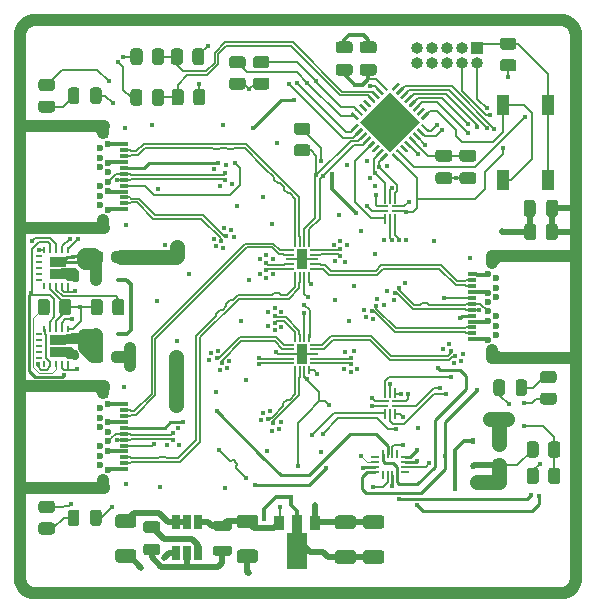
<source format=gbr>
G04 #@! TF.GenerationSoftware,KiCad,Pcbnew,5.1.9-73d0e3b20d~88~ubuntu20.04.1*
G04 #@! TF.CreationDate,2021-01-17T19:34:15+02:00*
G04 #@! TF.ProjectId,USB-TypeC-Switch,5553422d-5479-4706-9543-2d5377697463,rev?*
G04 #@! TF.SameCoordinates,Original*
G04 #@! TF.FileFunction,Copper,L1,Top*
G04 #@! TF.FilePolarity,Positive*
%FSLAX46Y46*%
G04 Gerber Fmt 4.6, Leading zero omitted, Abs format (unit mm)*
G04 Created by KiCad (PCBNEW 5.1.9-73d0e3b20d~88~ubuntu20.04.1) date 2021-01-17 19:34:15*
%MOMM*%
%LPD*%
G01*
G04 APERTURE LIST*
G04 #@! TA.AperFunction,SMDPad,CuDef*
%ADD10R,0.710000X0.200000*%
G04 #@! TD*
G04 #@! TA.AperFunction,SMDPad,CuDef*
%ADD11R,0.200000X0.710000*%
G04 #@! TD*
G04 #@! TA.AperFunction,SMDPad,CuDef*
%ADD12R,0.950000X1.750000*%
G04 #@! TD*
G04 #@! TA.AperFunction,SMDPad,CuDef*
%ADD13R,0.200000X0.800000*%
G04 #@! TD*
G04 #@! TA.AperFunction,SMDPad,CuDef*
%ADD14R,0.800000X0.200000*%
G04 #@! TD*
G04 #@! TA.AperFunction,SMDPad,CuDef*
%ADD15R,0.914400X0.225000*%
G04 #@! TD*
G04 #@! TA.AperFunction,SMDPad,CuDef*
%ADD16R,0.812800X0.225000*%
G04 #@! TD*
G04 #@! TA.AperFunction,SMDPad,CuDef*
%ADD17R,0.225000X0.812800*%
G04 #@! TD*
G04 #@! TA.AperFunction,SMDPad,CuDef*
%ADD18R,0.178600X0.604799*%
G04 #@! TD*
G04 #@! TA.AperFunction,SMDPad,CuDef*
%ADD19R,0.604799X0.178600*%
G04 #@! TD*
G04 #@! TA.AperFunction,SMDPad,CuDef*
%ADD20R,1.346200X0.812800*%
G04 #@! TD*
G04 #@! TA.AperFunction,ComponentPad*
%ADD21O,0.900000X1.500000*%
G04 #@! TD*
G04 #@! TA.AperFunction,ComponentPad*
%ADD22O,1.500000X0.900000*%
G04 #@! TD*
G04 #@! TA.AperFunction,SMDPad,CuDef*
%ADD23R,0.700000X0.320000*%
G04 #@! TD*
G04 #@! TA.AperFunction,ComponentPad*
%ADD24C,0.600000*%
G04 #@! TD*
G04 #@! TA.AperFunction,ComponentPad*
%ADD25O,1.800000X0.900000*%
G04 #@! TD*
G04 #@! TA.AperFunction,SMDPad,CuDef*
%ADD26R,0.650000X1.220000*%
G04 #@! TD*
G04 #@! TA.AperFunction,SMDPad,CuDef*
%ADD27C,0.100000*%
G04 #@! TD*
G04 #@! TA.AperFunction,SMDPad,CuDef*
%ADD28R,0.900000X1.300000*%
G04 #@! TD*
G04 #@! TA.AperFunction,SMDPad,CuDef*
%ADD29R,1.000000X1.700000*%
G04 #@! TD*
G04 #@! TA.AperFunction,ComponentPad*
%ADD30R,1.000000X1.000000*%
G04 #@! TD*
G04 #@! TA.AperFunction,ComponentPad*
%ADD31O,1.000000X1.000000*%
G04 #@! TD*
G04 #@! TA.AperFunction,SMDPad,CuDef*
%ADD32R,0.600000X0.450000*%
G04 #@! TD*
G04 #@! TA.AperFunction,SMDPad,CuDef*
%ADD33R,0.450000X0.600000*%
G04 #@! TD*
G04 #@! TA.AperFunction,ViaPad*
%ADD34C,0.450000*%
G04 #@! TD*
G04 #@! TA.AperFunction,Conductor*
%ADD35C,0.500000*%
G04 #@! TD*
G04 #@! TA.AperFunction,Conductor*
%ADD36C,0.200000*%
G04 #@! TD*
G04 #@! TA.AperFunction,Conductor*
%ADD37C,0.250000*%
G04 #@! TD*
G04 #@! TA.AperFunction,Conductor*
%ADD38C,0.300000*%
G04 #@! TD*
G04 #@! TA.AperFunction,Conductor*
%ADD39C,0.150000*%
G04 #@! TD*
G04 #@! TA.AperFunction,Conductor*
%ADD40C,1.250000*%
G04 #@! TD*
G04 #@! TA.AperFunction,Conductor*
%ADD41C,1.000000*%
G04 #@! TD*
G04 #@! TA.AperFunction,Conductor*
%ADD42C,0.750000*%
G04 #@! TD*
G04 #@! TA.AperFunction,Conductor*
%ADD43C,0.125000*%
G04 #@! TD*
G04 APERTURE END LIST*
G04 #@! TA.AperFunction,SMDPad,CuDef*
G36*
G01*
X49191250Y-129975000D02*
X48028750Y-129975000D01*
G75*
G02*
X47810000Y-129756250I0J218750D01*
G01*
X47810000Y-129318750D01*
G75*
G02*
X48028750Y-129100000I218750J0D01*
G01*
X49191250Y-129100000D01*
G75*
G02*
X49410000Y-129318750I0J-218750D01*
G01*
X49410000Y-129756250D01*
G75*
G02*
X49191250Y-129975000I-218750J0D01*
G01*
G37*
G04 #@! TD.AperFunction*
G04 #@! TA.AperFunction,SMDPad,CuDef*
G36*
G01*
X49191250Y-132100000D02*
X48028750Y-132100000D01*
G75*
G02*
X47810000Y-131881250I0J218750D01*
G01*
X47810000Y-131443750D01*
G75*
G02*
X48028750Y-131225000I218750J0D01*
G01*
X49191250Y-131225000D01*
G75*
G02*
X49410000Y-131443750I0J-218750D01*
G01*
X49410000Y-131881250D01*
G75*
G02*
X49191250Y-132100000I-218750J0D01*
G01*
G37*
G04 #@! TD.AperFunction*
D10*
X56345000Y-115800000D03*
X56345000Y-115400000D03*
X56345000Y-115000000D03*
X56345000Y-114600000D03*
X56345000Y-114200000D03*
D11*
X55950000Y-113605000D03*
X55550000Y-113605000D03*
X55150000Y-113605000D03*
X54750000Y-113605000D03*
D10*
X54355000Y-114200000D03*
X54355000Y-114600000D03*
X54355000Y-115000000D03*
X54355000Y-115400000D03*
X54355000Y-115800000D03*
D11*
X54750000Y-116395000D03*
X55150000Y-116395000D03*
X55550000Y-116395000D03*
X55950000Y-116395000D03*
D12*
X55350000Y-115000000D03*
D10*
X56345000Y-107800000D03*
X56345000Y-107400000D03*
X56345000Y-107000000D03*
X56345000Y-106600000D03*
X56345000Y-106200000D03*
D11*
X55950000Y-105605000D03*
X55550000Y-105605000D03*
X55150000Y-105605000D03*
X54750000Y-105605000D03*
D10*
X54355000Y-106200000D03*
X54355000Y-106600000D03*
X54355000Y-107000000D03*
X54355000Y-107400000D03*
X54355000Y-107800000D03*
D11*
X54750000Y-108395000D03*
X55150000Y-108395000D03*
X55550000Y-108395000D03*
X55950000Y-108395000D03*
D12*
X55350000Y-107000000D03*
D13*
X63390000Y-123450000D03*
X62990000Y-123450000D03*
X62590000Y-123450000D03*
X62190000Y-123450000D03*
D14*
X61490000Y-123750000D03*
X61490000Y-124150000D03*
X61490000Y-124550000D03*
X61490000Y-124950000D03*
D13*
X62190000Y-125250000D03*
X62590000Y-125250000D03*
X62990000Y-125250000D03*
X63390000Y-125250000D03*
D14*
X64090000Y-124950000D03*
X64090000Y-124550000D03*
X64090000Y-124150000D03*
X64090000Y-123750000D03*
D15*
X62253900Y-119000000D03*
D16*
X62203100Y-119400000D03*
D17*
X62400001Y-120060100D03*
X62800000Y-120060100D03*
X63199999Y-120060100D03*
D16*
X63396900Y-119400000D03*
X63396900Y-119000000D03*
D17*
X63199999Y-118339900D03*
X62800000Y-118339900D03*
X62400001Y-118339900D03*
D15*
X63346100Y-102900000D03*
D16*
X63396900Y-102500000D03*
D17*
X63199999Y-101839900D03*
X62800000Y-101839900D03*
X62400001Y-101839900D03*
D16*
X62203100Y-102500000D03*
X62203100Y-102900000D03*
D17*
X62400001Y-103560100D03*
X62800000Y-103560100D03*
X63199999Y-103560100D03*
D18*
X35530001Y-112843800D03*
X35029999Y-112843800D03*
X34530000Y-112843800D03*
X34030001Y-112843800D03*
X33529999Y-112843800D03*
D19*
X33033800Y-113339999D03*
X33033800Y-113840001D03*
X33033800Y-114340000D03*
X33033800Y-114839999D03*
X33033800Y-115340001D03*
D18*
X33529999Y-115836200D03*
X34030001Y-115836200D03*
X34530000Y-115836200D03*
X35029999Y-115836200D03*
X35530001Y-115836200D03*
D19*
X36026200Y-115340001D03*
X36026200Y-114839999D03*
X36026200Y-113840001D03*
X36026200Y-113339999D03*
D20*
X34700000Y-113820000D03*
X34700000Y-114860000D03*
D18*
X35530001Y-106223800D03*
X35029999Y-106223800D03*
X34530000Y-106223800D03*
X34030001Y-106223800D03*
X33529999Y-106223800D03*
D19*
X33033800Y-106719999D03*
X33033800Y-107220001D03*
X33033800Y-107720000D03*
X33033800Y-108219999D03*
X33033800Y-108720001D03*
D18*
X33529999Y-109216200D03*
X34030001Y-109216200D03*
X34530000Y-109216200D03*
X35029999Y-109216200D03*
X35530001Y-109216200D03*
D19*
X36026200Y-108720001D03*
X36026200Y-108219999D03*
X36026200Y-107220001D03*
X36026200Y-106719999D03*
D20*
X34700000Y-107200000D03*
X34700000Y-108240000D03*
D21*
X38580000Y-125980000D03*
D22*
X38280000Y-126330000D03*
X38280000Y-117670000D03*
D23*
X40240000Y-119250000D03*
X40240000Y-119750000D03*
X40240000Y-120250000D03*
X40240000Y-120750000D03*
X40240000Y-121250000D03*
X40240000Y-121750000D03*
X40240000Y-122250000D03*
X40240000Y-122750000D03*
X40240000Y-123250000D03*
X40240000Y-123750000D03*
X40240000Y-124250000D03*
X40240000Y-124750000D03*
D24*
X38930000Y-121600000D03*
D21*
X38580000Y-118020000D03*
D24*
X38930000Y-120800000D03*
X38930000Y-119200000D03*
X38930000Y-122400000D03*
X38930000Y-123200000D03*
X38930000Y-124800000D03*
X38230000Y-121200000D03*
X38230000Y-120400000D03*
X38230000Y-119600000D03*
X38230000Y-122800000D03*
X38230000Y-123600000D03*
X38230000Y-124400000D03*
D25*
X32380000Y-117670000D03*
X32380000Y-126330000D03*
D21*
X71420000Y-107020000D03*
D22*
X71720000Y-106670000D03*
X71720000Y-115330000D03*
D23*
X69760000Y-113750000D03*
X69760000Y-113250000D03*
X69760000Y-112750000D03*
X69760000Y-112250000D03*
X69760000Y-111750000D03*
X69760000Y-111250000D03*
X69760000Y-110750000D03*
X69760000Y-110250000D03*
X69760000Y-109750000D03*
X69760000Y-109250000D03*
X69760000Y-108750000D03*
X69760000Y-108250000D03*
D24*
X71070000Y-111400000D03*
D21*
X71420000Y-114980000D03*
D24*
X71070000Y-112200000D03*
X71070000Y-113800000D03*
X71070000Y-110600000D03*
X71070000Y-109800000D03*
X71070000Y-108200000D03*
X71770000Y-111800000D03*
X71770000Y-112600000D03*
X71770000Y-113400000D03*
X71770000Y-110200000D03*
X71770000Y-109400000D03*
X71770000Y-108600000D03*
D25*
X77620000Y-115330000D03*
X77620000Y-106670000D03*
D21*
X38580000Y-103980000D03*
D22*
X38280000Y-104330000D03*
X38280000Y-95670000D03*
D23*
X40240000Y-97250000D03*
X40240000Y-97750000D03*
X40240000Y-98250000D03*
X40240000Y-98750000D03*
X40240000Y-99250000D03*
X40240000Y-99750000D03*
X40240000Y-100250000D03*
X40240000Y-100750000D03*
X40240000Y-101250000D03*
X40240000Y-101750000D03*
X40240000Y-102250000D03*
X40240000Y-102750000D03*
D24*
X38930000Y-99600000D03*
D21*
X38580000Y-96020000D03*
D24*
X38930000Y-98800000D03*
X38930000Y-97200000D03*
X38930000Y-100400000D03*
X38930000Y-101200000D03*
X38930000Y-102800000D03*
X38230000Y-99200000D03*
X38230000Y-98400000D03*
X38230000Y-97600000D03*
X38230000Y-100800000D03*
X38230000Y-101600000D03*
X38230000Y-102400000D03*
D25*
X32380000Y-95670000D03*
X32380000Y-104330000D03*
G04 #@! TA.AperFunction,SMDPad,CuDef*
G36*
G01*
X43095000Y-130150000D02*
X42145000Y-130150000D01*
G75*
G02*
X41895000Y-129900000I0J250000D01*
G01*
X41895000Y-129400000D01*
G75*
G02*
X42145000Y-129150000I250000J0D01*
G01*
X43095000Y-129150000D01*
G75*
G02*
X43345000Y-129400000I0J-250000D01*
G01*
X43345000Y-129900000D01*
G75*
G02*
X43095000Y-130150000I-250000J0D01*
G01*
G37*
G04 #@! TD.AperFunction*
G04 #@! TA.AperFunction,SMDPad,CuDef*
G36*
G01*
X43095000Y-132050000D02*
X42145000Y-132050000D01*
G75*
G02*
X41895000Y-131800000I0J250000D01*
G01*
X41895000Y-131300000D01*
G75*
G02*
X42145000Y-131050000I250000J0D01*
G01*
X43095000Y-131050000D01*
G75*
G02*
X43345000Y-131300000I0J-250000D01*
G01*
X43345000Y-131800000D01*
G75*
G02*
X43095000Y-132050000I-250000J0D01*
G01*
G37*
G04 #@! TD.AperFunction*
G04 #@! TA.AperFunction,SMDPad,CuDef*
G36*
G01*
X68915000Y-97706000D02*
X69865000Y-97706000D01*
G75*
G02*
X70115000Y-97956000I0J-250000D01*
G01*
X70115000Y-98456000D01*
G75*
G02*
X69865000Y-98706000I-250000J0D01*
G01*
X68915000Y-98706000D01*
G75*
G02*
X68665000Y-98456000I0J250000D01*
G01*
X68665000Y-97956000D01*
G75*
G02*
X68915000Y-97706000I250000J0D01*
G01*
G37*
G04 #@! TD.AperFunction*
G04 #@! TA.AperFunction,SMDPad,CuDef*
G36*
G01*
X68915000Y-99606000D02*
X69865000Y-99606000D01*
G75*
G02*
X70115000Y-99856000I0J-250000D01*
G01*
X70115000Y-100356000D01*
G75*
G02*
X69865000Y-100606000I-250000J0D01*
G01*
X68915000Y-100606000D01*
G75*
G02*
X68665000Y-100356000I0J250000D01*
G01*
X68665000Y-99856000D01*
G75*
G02*
X68915000Y-99606000I250000J0D01*
G01*
G37*
G04 #@! TD.AperFunction*
G04 #@! TA.AperFunction,SMDPad,CuDef*
G36*
G01*
X66883000Y-99606000D02*
X67833000Y-99606000D01*
G75*
G02*
X68083000Y-99856000I0J-250000D01*
G01*
X68083000Y-100356000D01*
G75*
G02*
X67833000Y-100606000I-250000J0D01*
G01*
X66883000Y-100606000D01*
G75*
G02*
X66633000Y-100356000I0J250000D01*
G01*
X66633000Y-99856000D01*
G75*
G02*
X66883000Y-99606000I250000J0D01*
G01*
G37*
G04 #@! TD.AperFunction*
G04 #@! TA.AperFunction,SMDPad,CuDef*
G36*
G01*
X66883000Y-97706000D02*
X67833000Y-97706000D01*
G75*
G02*
X68083000Y-97956000I0J-250000D01*
G01*
X68083000Y-98456000D01*
G75*
G02*
X67833000Y-98706000I-250000J0D01*
G01*
X66883000Y-98706000D01*
G75*
G02*
X66633000Y-98456000I0J250000D01*
G01*
X66633000Y-97956000D01*
G75*
G02*
X66883000Y-97706000I250000J0D01*
G01*
G37*
G04 #@! TD.AperFunction*
G04 #@! TA.AperFunction,SMDPad,CuDef*
G36*
G01*
X61427000Y-89538000D02*
X60477000Y-89538000D01*
G75*
G02*
X60227000Y-89288000I0J250000D01*
G01*
X60227000Y-88788000D01*
G75*
G02*
X60477000Y-88538000I250000J0D01*
G01*
X61427000Y-88538000D01*
G75*
G02*
X61677000Y-88788000I0J-250000D01*
G01*
X61677000Y-89288000D01*
G75*
G02*
X61427000Y-89538000I-250000J0D01*
G01*
G37*
G04 #@! TD.AperFunction*
G04 #@! TA.AperFunction,SMDPad,CuDef*
G36*
G01*
X61427000Y-91438000D02*
X60477000Y-91438000D01*
G75*
G02*
X60227000Y-91188000I0J250000D01*
G01*
X60227000Y-90688000D01*
G75*
G02*
X60477000Y-90438000I250000J0D01*
G01*
X61427000Y-90438000D01*
G75*
G02*
X61677000Y-90688000I0J-250000D01*
G01*
X61677000Y-91188000D01*
G75*
G02*
X61427000Y-91438000I-250000J0D01*
G01*
G37*
G04 #@! TD.AperFunction*
G04 #@! TA.AperFunction,SMDPad,CuDef*
G36*
G01*
X59395000Y-91438000D02*
X58445000Y-91438000D01*
G75*
G02*
X58195000Y-91188000I0J250000D01*
G01*
X58195000Y-90688000D01*
G75*
G02*
X58445000Y-90438000I250000J0D01*
G01*
X59395000Y-90438000D01*
G75*
G02*
X59645000Y-90688000I0J-250000D01*
G01*
X59645000Y-91188000D01*
G75*
G02*
X59395000Y-91438000I-250000J0D01*
G01*
G37*
G04 #@! TD.AperFunction*
G04 #@! TA.AperFunction,SMDPad,CuDef*
G36*
G01*
X59395000Y-89538000D02*
X58445000Y-89538000D01*
G75*
G02*
X58195000Y-89288000I0J250000D01*
G01*
X58195000Y-88788000D01*
G75*
G02*
X58445000Y-88538000I250000J0D01*
G01*
X59395000Y-88538000D01*
G75*
G02*
X59645000Y-88788000I0J-250000D01*
G01*
X59645000Y-89288000D01*
G75*
G02*
X59395000Y-89538000I-250000J0D01*
G01*
G37*
G04 #@! TD.AperFunction*
G04 #@! TA.AperFunction,SMDPad,CuDef*
G36*
G01*
X40305000Y-110579999D02*
X40305000Y-111480001D01*
G75*
G02*
X40055001Y-111730000I-249999J0D01*
G01*
X39529999Y-111730000D01*
G75*
G02*
X39280000Y-111480001I0J249999D01*
G01*
X39280000Y-110579999D01*
G75*
G02*
X39529999Y-110330000I249999J0D01*
G01*
X40055001Y-110330000D01*
G75*
G02*
X40305000Y-110579999I0J-249999D01*
G01*
G37*
G04 #@! TD.AperFunction*
G04 #@! TA.AperFunction,SMDPad,CuDef*
G36*
G01*
X38480000Y-110579999D02*
X38480000Y-111480001D01*
G75*
G02*
X38230001Y-111730000I-249999J0D01*
G01*
X37704999Y-111730000D01*
G75*
G02*
X37455000Y-111480001I0J249999D01*
G01*
X37455000Y-110579999D01*
G75*
G02*
X37704999Y-110330000I249999J0D01*
G01*
X38230001Y-110330000D01*
G75*
G02*
X38480000Y-110579999I0J-249999D01*
G01*
G37*
G04 #@! TD.AperFunction*
G04 #@! TA.AperFunction,SMDPad,CuDef*
G36*
G01*
X32965000Y-111480001D02*
X32965000Y-110579999D01*
G75*
G02*
X33214999Y-110330000I249999J0D01*
G01*
X33740001Y-110330000D01*
G75*
G02*
X33990000Y-110579999I0J-249999D01*
G01*
X33990000Y-111480001D01*
G75*
G02*
X33740001Y-111730000I-249999J0D01*
G01*
X33214999Y-111730000D01*
G75*
G02*
X32965000Y-111480001I0J249999D01*
G01*
G37*
G04 #@! TD.AperFunction*
G04 #@! TA.AperFunction,SMDPad,CuDef*
G36*
G01*
X34790000Y-111480001D02*
X34790000Y-110579999D01*
G75*
G02*
X35039999Y-110330000I249999J0D01*
G01*
X35565001Y-110330000D01*
G75*
G02*
X35815000Y-110579999I0J-249999D01*
G01*
X35815000Y-111480001D01*
G75*
G02*
X35565001Y-111730000I-249999J0D01*
G01*
X35039999Y-111730000D01*
G75*
G02*
X34790000Y-111480001I0J249999D01*
G01*
G37*
G04 #@! TD.AperFunction*
G04 #@! TA.AperFunction,SMDPad,CuDef*
G36*
G01*
X41840000Y-89379999D02*
X41840000Y-90280001D01*
G75*
G02*
X41590001Y-90530000I-249999J0D01*
G01*
X41064999Y-90530000D01*
G75*
G02*
X40815000Y-90280001I0J249999D01*
G01*
X40815000Y-89379999D01*
G75*
G02*
X41064999Y-89130000I249999J0D01*
G01*
X41590001Y-89130000D01*
G75*
G02*
X41840000Y-89379999I0J-249999D01*
G01*
G37*
G04 #@! TD.AperFunction*
G04 #@! TA.AperFunction,SMDPad,CuDef*
G36*
G01*
X43665000Y-89379999D02*
X43665000Y-90280001D01*
G75*
G02*
X43415001Y-90530000I-249999J0D01*
G01*
X42889999Y-90530000D01*
G75*
G02*
X42640000Y-90280001I0J249999D01*
G01*
X42640000Y-89379999D01*
G75*
G02*
X42889999Y-89130000I249999J0D01*
G01*
X43415001Y-89130000D01*
G75*
G02*
X43665000Y-89379999I0J-249999D01*
G01*
G37*
G04 #@! TD.AperFunction*
G04 #@! TA.AperFunction,SMDPad,CuDef*
G36*
G01*
X47085000Y-89379999D02*
X47085000Y-90280001D01*
G75*
G02*
X46835001Y-90530000I-249999J0D01*
G01*
X46309999Y-90530000D01*
G75*
G02*
X46060000Y-90280001I0J249999D01*
G01*
X46060000Y-89379999D01*
G75*
G02*
X46309999Y-89130000I249999J0D01*
G01*
X46835001Y-89130000D01*
G75*
G02*
X47085000Y-89379999I0J-249999D01*
G01*
G37*
G04 #@! TD.AperFunction*
G04 #@! TA.AperFunction,SMDPad,CuDef*
G36*
G01*
X45260000Y-89379999D02*
X45260000Y-90280001D01*
G75*
G02*
X45010001Y-90530000I-249999J0D01*
G01*
X44484999Y-90530000D01*
G75*
G02*
X44235000Y-90280001I0J249999D01*
G01*
X44235000Y-89379999D01*
G75*
G02*
X44484999Y-89130000I249999J0D01*
G01*
X45010001Y-89130000D01*
G75*
G02*
X45260000Y-89379999I0J-249999D01*
G01*
G37*
G04 #@! TD.AperFunction*
G04 #@! TA.AperFunction,SMDPad,CuDef*
G36*
G01*
X43655000Y-92829999D02*
X43655000Y-93730001D01*
G75*
G02*
X43405001Y-93980000I-249999J0D01*
G01*
X42879999Y-93980000D01*
G75*
G02*
X42630000Y-93730001I0J249999D01*
G01*
X42630000Y-92829999D01*
G75*
G02*
X42879999Y-92580000I249999J0D01*
G01*
X43405001Y-92580000D01*
G75*
G02*
X43655000Y-92829999I0J-249999D01*
G01*
G37*
G04 #@! TD.AperFunction*
G04 #@! TA.AperFunction,SMDPad,CuDef*
G36*
G01*
X41830000Y-92829999D02*
X41830000Y-93730001D01*
G75*
G02*
X41580001Y-93980000I-249999J0D01*
G01*
X41054999Y-93980000D01*
G75*
G02*
X40805000Y-93730001I0J249999D01*
G01*
X40805000Y-92829999D01*
G75*
G02*
X41054999Y-92580000I249999J0D01*
G01*
X41580001Y-92580000D01*
G75*
G02*
X41830000Y-92829999I0J-249999D01*
G01*
G37*
G04 #@! TD.AperFunction*
G04 #@! TA.AperFunction,SMDPad,CuDef*
G36*
G01*
X45330000Y-92809999D02*
X45330000Y-93710001D01*
G75*
G02*
X45080001Y-93960000I-249999J0D01*
G01*
X44554999Y-93960000D01*
G75*
G02*
X44305000Y-93710001I0J249999D01*
G01*
X44305000Y-92809999D01*
G75*
G02*
X44554999Y-92560000I249999J0D01*
G01*
X45080001Y-92560000D01*
G75*
G02*
X45330000Y-92809999I0J-249999D01*
G01*
G37*
G04 #@! TD.AperFunction*
G04 #@! TA.AperFunction,SMDPad,CuDef*
G36*
G01*
X47155000Y-92809999D02*
X47155000Y-93710001D01*
G75*
G02*
X46905001Y-93960000I-249999J0D01*
G01*
X46379999Y-93960000D01*
G75*
G02*
X46130000Y-93710001I0J249999D01*
G01*
X46130000Y-92809999D01*
G75*
G02*
X46379999Y-92560000I249999J0D01*
G01*
X46905001Y-92560000D01*
G75*
G02*
X47155000Y-92809999I0J-249999D01*
G01*
G37*
G04 #@! TD.AperFunction*
G04 #@! TA.AperFunction,SMDPad,CuDef*
G36*
G01*
X77209000Y-122639999D02*
X77209000Y-123540001D01*
G75*
G02*
X76959001Y-123790000I-249999J0D01*
G01*
X76433999Y-123790000D01*
G75*
G02*
X76184000Y-123540001I0J249999D01*
G01*
X76184000Y-122639999D01*
G75*
G02*
X76433999Y-122390000I249999J0D01*
G01*
X76959001Y-122390000D01*
G75*
G02*
X77209000Y-122639999I0J-249999D01*
G01*
G37*
G04 #@! TD.AperFunction*
G04 #@! TA.AperFunction,SMDPad,CuDef*
G36*
G01*
X75384000Y-122639999D02*
X75384000Y-123540001D01*
G75*
G02*
X75134001Y-123790000I-249999J0D01*
G01*
X74608999Y-123790000D01*
G75*
G02*
X74359000Y-123540001I0J249999D01*
G01*
X74359000Y-122639999D01*
G75*
G02*
X74608999Y-122390000I249999J0D01*
G01*
X75134001Y-122390000D01*
G75*
G02*
X75384000Y-122639999I0J-249999D01*
G01*
G37*
G04 #@! TD.AperFunction*
G04 #@! TA.AperFunction,SMDPad,CuDef*
G36*
G01*
X76190000Y-125770001D02*
X76190000Y-124869999D01*
G75*
G02*
X76439999Y-124620000I249999J0D01*
G01*
X76965001Y-124620000D01*
G75*
G02*
X77215000Y-124869999I0J-249999D01*
G01*
X77215000Y-125770001D01*
G75*
G02*
X76965001Y-126020000I-249999J0D01*
G01*
X76439999Y-126020000D01*
G75*
G02*
X76190000Y-125770001I0J249999D01*
G01*
G37*
G04 #@! TD.AperFunction*
G04 #@! TA.AperFunction,SMDPad,CuDef*
G36*
G01*
X74365000Y-125770001D02*
X74365000Y-124869999D01*
G75*
G02*
X74614999Y-124620000I249999J0D01*
G01*
X75140001Y-124620000D01*
G75*
G02*
X75390000Y-124869999I0J-249999D01*
G01*
X75390000Y-125770001D01*
G75*
G02*
X75140001Y-126020000I-249999J0D01*
G01*
X74614999Y-126020000D01*
G75*
G02*
X74365000Y-125770001I0J249999D01*
G01*
G37*
G04 #@! TD.AperFunction*
G04 #@! TA.AperFunction,SMDPad,CuDef*
G36*
G01*
X73250001Y-91075000D02*
X72349999Y-91075000D01*
G75*
G02*
X72100000Y-90825001I0J249999D01*
G01*
X72100000Y-90299999D01*
G75*
G02*
X72349999Y-90050000I249999J0D01*
G01*
X73250001Y-90050000D01*
G75*
G02*
X73500000Y-90299999I0J-249999D01*
G01*
X73500000Y-90825001D01*
G75*
G02*
X73250001Y-91075000I-249999J0D01*
G01*
G37*
G04 #@! TD.AperFunction*
G04 #@! TA.AperFunction,SMDPad,CuDef*
G36*
G01*
X73250001Y-89250000D02*
X72349999Y-89250000D01*
G75*
G02*
X72100000Y-89000001I0J249999D01*
G01*
X72100000Y-88474999D01*
G75*
G02*
X72349999Y-88225000I249999J0D01*
G01*
X73250001Y-88225000D01*
G75*
G02*
X73500000Y-88474999I0J-249999D01*
G01*
X73500000Y-89000001D01*
G75*
G02*
X73250001Y-89250000I-249999J0D01*
G01*
G37*
G04 #@! TD.AperFunction*
G04 #@! TA.AperFunction,SMDPad,CuDef*
G36*
G01*
X75980000Y-105100001D02*
X75980000Y-104199999D01*
G75*
G02*
X76229999Y-103950000I249999J0D01*
G01*
X76755001Y-103950000D01*
G75*
G02*
X77005000Y-104199999I0J-249999D01*
G01*
X77005000Y-105100001D01*
G75*
G02*
X76755001Y-105350000I-249999J0D01*
G01*
X76229999Y-105350000D01*
G75*
G02*
X75980000Y-105100001I0J249999D01*
G01*
G37*
G04 #@! TD.AperFunction*
G04 #@! TA.AperFunction,SMDPad,CuDef*
G36*
G01*
X74155000Y-105100001D02*
X74155000Y-104199999D01*
G75*
G02*
X74404999Y-103950000I249999J0D01*
G01*
X74930001Y-103950000D01*
G75*
G02*
X75180000Y-104199999I0J-249999D01*
G01*
X75180000Y-105100001D01*
G75*
G02*
X74930001Y-105350000I-249999J0D01*
G01*
X74404999Y-105350000D01*
G75*
G02*
X74155000Y-105100001I0J249999D01*
G01*
G37*
G04 #@! TD.AperFunction*
D26*
X46560000Y-131850000D03*
X45610000Y-131850000D03*
X44660000Y-131850000D03*
X44660000Y-129230000D03*
X45610000Y-129230000D03*
X46560000Y-129230000D03*
G04 #@! TA.AperFunction,SMDPad,CuDef*
D27*
G36*
X54053500Y-133240000D02*
G01*
X54053500Y-130115000D01*
X54470000Y-130115000D01*
X54470000Y-128640000D01*
X55370000Y-128640000D01*
X55370000Y-130115000D01*
X55786500Y-130115000D01*
X55786500Y-133240000D01*
X54053500Y-133240000D01*
G37*
G04 #@! TD.AperFunction*
D28*
X53420000Y-129290000D03*
X56420000Y-129290000D03*
G04 #@! TA.AperFunction,SMDPad,CuDef*
D27*
G36*
X62785025Y-92804416D02*
G01*
X65330609Y-95350000D01*
X62785025Y-97895584D01*
X60239441Y-95350000D01*
X62785025Y-92804416D01*
G37*
G04 #@! TD.AperFunction*
G04 #@! TA.AperFunction,SMDPad,CuDef*
G36*
G01*
X65604613Y-95517938D02*
X66081910Y-95995235D01*
G75*
G02*
X66081910Y-96083623I-44194J-44194D01*
G01*
X65993521Y-96172012D01*
G75*
G02*
X65905133Y-96172012I-44194J44194D01*
G01*
X65427836Y-95694715D01*
G75*
G02*
X65427836Y-95606327I44194J44194D01*
G01*
X65516225Y-95517938D01*
G75*
G02*
X65604613Y-95517938I44194J-44194D01*
G01*
G37*
G04 #@! TD.AperFunction*
G04 #@! TA.AperFunction,SMDPad,CuDef*
G36*
G01*
X65251060Y-95871491D02*
X65728357Y-96348788D01*
G75*
G02*
X65728357Y-96437176I-44194J-44194D01*
G01*
X65639968Y-96525565D01*
G75*
G02*
X65551580Y-96525565I-44194J44194D01*
G01*
X65074283Y-96048268D01*
G75*
G02*
X65074283Y-95959880I44194J44194D01*
G01*
X65162672Y-95871491D01*
G75*
G02*
X65251060Y-95871491I44194J-44194D01*
G01*
G37*
G04 #@! TD.AperFunction*
G04 #@! TA.AperFunction,SMDPad,CuDef*
G36*
G01*
X64897507Y-96225045D02*
X65374804Y-96702342D01*
G75*
G02*
X65374804Y-96790730I-44194J-44194D01*
G01*
X65286415Y-96879119D01*
G75*
G02*
X65198027Y-96879119I-44194J44194D01*
G01*
X64720730Y-96401822D01*
G75*
G02*
X64720730Y-96313434I44194J44194D01*
G01*
X64809119Y-96225045D01*
G75*
G02*
X64897507Y-96225045I44194J-44194D01*
G01*
G37*
G04 #@! TD.AperFunction*
G04 #@! TA.AperFunction,SMDPad,CuDef*
G36*
G01*
X64543953Y-96578598D02*
X65021250Y-97055895D01*
G75*
G02*
X65021250Y-97144283I-44194J-44194D01*
G01*
X64932861Y-97232672D01*
G75*
G02*
X64844473Y-97232672I-44194J44194D01*
G01*
X64367176Y-96755375D01*
G75*
G02*
X64367176Y-96666987I44194J44194D01*
G01*
X64455565Y-96578598D01*
G75*
G02*
X64543953Y-96578598I44194J-44194D01*
G01*
G37*
G04 #@! TD.AperFunction*
G04 #@! TA.AperFunction,SMDPad,CuDef*
G36*
G01*
X64190400Y-96932151D02*
X64667697Y-97409448D01*
G75*
G02*
X64667697Y-97497836I-44194J-44194D01*
G01*
X64579308Y-97586225D01*
G75*
G02*
X64490920Y-97586225I-44194J44194D01*
G01*
X64013623Y-97108928D01*
G75*
G02*
X64013623Y-97020540I44194J44194D01*
G01*
X64102012Y-96932151D01*
G75*
G02*
X64190400Y-96932151I44194J-44194D01*
G01*
G37*
G04 #@! TD.AperFunction*
G04 #@! TA.AperFunction,SMDPad,CuDef*
G36*
G01*
X63836847Y-97285705D02*
X64314144Y-97763002D01*
G75*
G02*
X64314144Y-97851390I-44194J-44194D01*
G01*
X64225755Y-97939779D01*
G75*
G02*
X64137367Y-97939779I-44194J44194D01*
G01*
X63660070Y-97462482D01*
G75*
G02*
X63660070Y-97374094I44194J44194D01*
G01*
X63748459Y-97285705D01*
G75*
G02*
X63836847Y-97285705I44194J-44194D01*
G01*
G37*
G04 #@! TD.AperFunction*
G04 #@! TA.AperFunction,SMDPad,CuDef*
G36*
G01*
X63483293Y-97639258D02*
X63960590Y-98116555D01*
G75*
G02*
X63960590Y-98204943I-44194J-44194D01*
G01*
X63872201Y-98293332D01*
G75*
G02*
X63783813Y-98293332I-44194J44194D01*
G01*
X63306516Y-97816035D01*
G75*
G02*
X63306516Y-97727647I44194J44194D01*
G01*
X63394905Y-97639258D01*
G75*
G02*
X63483293Y-97639258I44194J-44194D01*
G01*
G37*
G04 #@! TD.AperFunction*
G04 #@! TA.AperFunction,SMDPad,CuDef*
G36*
G01*
X63129740Y-97992811D02*
X63607037Y-98470108D01*
G75*
G02*
X63607037Y-98558496I-44194J-44194D01*
G01*
X63518648Y-98646885D01*
G75*
G02*
X63430260Y-98646885I-44194J44194D01*
G01*
X62952963Y-98169588D01*
G75*
G02*
X62952963Y-98081200I44194J44194D01*
G01*
X63041352Y-97992811D01*
G75*
G02*
X63129740Y-97992811I44194J-44194D01*
G01*
G37*
G04 #@! TD.AperFunction*
G04 #@! TA.AperFunction,SMDPad,CuDef*
G36*
G01*
X62528698Y-97992811D02*
X62617087Y-98081200D01*
G75*
G02*
X62617087Y-98169588I-44194J-44194D01*
G01*
X62139790Y-98646885D01*
G75*
G02*
X62051402Y-98646885I-44194J44194D01*
G01*
X61963013Y-98558496D01*
G75*
G02*
X61963013Y-98470108I44194J44194D01*
G01*
X62440310Y-97992811D01*
G75*
G02*
X62528698Y-97992811I44194J-44194D01*
G01*
G37*
G04 #@! TD.AperFunction*
G04 #@! TA.AperFunction,SMDPad,CuDef*
G36*
G01*
X62175145Y-97639258D02*
X62263534Y-97727647D01*
G75*
G02*
X62263534Y-97816035I-44194J-44194D01*
G01*
X61786237Y-98293332D01*
G75*
G02*
X61697849Y-98293332I-44194J44194D01*
G01*
X61609460Y-98204943D01*
G75*
G02*
X61609460Y-98116555I44194J44194D01*
G01*
X62086757Y-97639258D01*
G75*
G02*
X62175145Y-97639258I44194J-44194D01*
G01*
G37*
G04 #@! TD.AperFunction*
G04 #@! TA.AperFunction,SMDPad,CuDef*
G36*
G01*
X61821591Y-97285705D02*
X61909980Y-97374094D01*
G75*
G02*
X61909980Y-97462482I-44194J-44194D01*
G01*
X61432683Y-97939779D01*
G75*
G02*
X61344295Y-97939779I-44194J44194D01*
G01*
X61255906Y-97851390D01*
G75*
G02*
X61255906Y-97763002I44194J44194D01*
G01*
X61733203Y-97285705D01*
G75*
G02*
X61821591Y-97285705I44194J-44194D01*
G01*
G37*
G04 #@! TD.AperFunction*
G04 #@! TA.AperFunction,SMDPad,CuDef*
G36*
G01*
X61468038Y-96932151D02*
X61556427Y-97020540D01*
G75*
G02*
X61556427Y-97108928I-44194J-44194D01*
G01*
X61079130Y-97586225D01*
G75*
G02*
X60990742Y-97586225I-44194J44194D01*
G01*
X60902353Y-97497836D01*
G75*
G02*
X60902353Y-97409448I44194J44194D01*
G01*
X61379650Y-96932151D01*
G75*
G02*
X61468038Y-96932151I44194J-44194D01*
G01*
G37*
G04 #@! TD.AperFunction*
G04 #@! TA.AperFunction,SMDPad,CuDef*
G36*
G01*
X61114485Y-96578598D02*
X61202874Y-96666987D01*
G75*
G02*
X61202874Y-96755375I-44194J-44194D01*
G01*
X60725577Y-97232672D01*
G75*
G02*
X60637189Y-97232672I-44194J44194D01*
G01*
X60548800Y-97144283D01*
G75*
G02*
X60548800Y-97055895I44194J44194D01*
G01*
X61026097Y-96578598D01*
G75*
G02*
X61114485Y-96578598I44194J-44194D01*
G01*
G37*
G04 #@! TD.AperFunction*
G04 #@! TA.AperFunction,SMDPad,CuDef*
G36*
G01*
X60760931Y-96225045D02*
X60849320Y-96313434D01*
G75*
G02*
X60849320Y-96401822I-44194J-44194D01*
G01*
X60372023Y-96879119D01*
G75*
G02*
X60283635Y-96879119I-44194J44194D01*
G01*
X60195246Y-96790730D01*
G75*
G02*
X60195246Y-96702342I44194J44194D01*
G01*
X60672543Y-96225045D01*
G75*
G02*
X60760931Y-96225045I44194J-44194D01*
G01*
G37*
G04 #@! TD.AperFunction*
G04 #@! TA.AperFunction,SMDPad,CuDef*
G36*
G01*
X60407378Y-95871491D02*
X60495767Y-95959880D01*
G75*
G02*
X60495767Y-96048268I-44194J-44194D01*
G01*
X60018470Y-96525565D01*
G75*
G02*
X59930082Y-96525565I-44194J44194D01*
G01*
X59841693Y-96437176D01*
G75*
G02*
X59841693Y-96348788I44194J44194D01*
G01*
X60318990Y-95871491D01*
G75*
G02*
X60407378Y-95871491I44194J-44194D01*
G01*
G37*
G04 #@! TD.AperFunction*
G04 #@! TA.AperFunction,SMDPad,CuDef*
G36*
G01*
X60053825Y-95517938D02*
X60142214Y-95606327D01*
G75*
G02*
X60142214Y-95694715I-44194J-44194D01*
G01*
X59664917Y-96172012D01*
G75*
G02*
X59576529Y-96172012I-44194J44194D01*
G01*
X59488140Y-96083623D01*
G75*
G02*
X59488140Y-95995235I44194J44194D01*
G01*
X59965437Y-95517938D01*
G75*
G02*
X60053825Y-95517938I44194J-44194D01*
G01*
G37*
G04 #@! TD.AperFunction*
G04 #@! TA.AperFunction,SMDPad,CuDef*
G36*
G01*
X59664917Y-94527988D02*
X60142214Y-95005285D01*
G75*
G02*
X60142214Y-95093673I-44194J-44194D01*
G01*
X60053825Y-95182062D01*
G75*
G02*
X59965437Y-95182062I-44194J44194D01*
G01*
X59488140Y-94704765D01*
G75*
G02*
X59488140Y-94616377I44194J44194D01*
G01*
X59576529Y-94527988D01*
G75*
G02*
X59664917Y-94527988I44194J-44194D01*
G01*
G37*
G04 #@! TD.AperFunction*
G04 #@! TA.AperFunction,SMDPad,CuDef*
G36*
G01*
X60018470Y-94174435D02*
X60495767Y-94651732D01*
G75*
G02*
X60495767Y-94740120I-44194J-44194D01*
G01*
X60407378Y-94828509D01*
G75*
G02*
X60318990Y-94828509I-44194J44194D01*
G01*
X59841693Y-94351212D01*
G75*
G02*
X59841693Y-94262824I44194J44194D01*
G01*
X59930082Y-94174435D01*
G75*
G02*
X60018470Y-94174435I44194J-44194D01*
G01*
G37*
G04 #@! TD.AperFunction*
G04 #@! TA.AperFunction,SMDPad,CuDef*
G36*
G01*
X60372023Y-93820881D02*
X60849320Y-94298178D01*
G75*
G02*
X60849320Y-94386566I-44194J-44194D01*
G01*
X60760931Y-94474955D01*
G75*
G02*
X60672543Y-94474955I-44194J44194D01*
G01*
X60195246Y-93997658D01*
G75*
G02*
X60195246Y-93909270I44194J44194D01*
G01*
X60283635Y-93820881D01*
G75*
G02*
X60372023Y-93820881I44194J-44194D01*
G01*
G37*
G04 #@! TD.AperFunction*
G04 #@! TA.AperFunction,SMDPad,CuDef*
G36*
G01*
X60725577Y-93467328D02*
X61202874Y-93944625D01*
G75*
G02*
X61202874Y-94033013I-44194J-44194D01*
G01*
X61114485Y-94121402D01*
G75*
G02*
X61026097Y-94121402I-44194J44194D01*
G01*
X60548800Y-93644105D01*
G75*
G02*
X60548800Y-93555717I44194J44194D01*
G01*
X60637189Y-93467328D01*
G75*
G02*
X60725577Y-93467328I44194J-44194D01*
G01*
G37*
G04 #@! TD.AperFunction*
G04 #@! TA.AperFunction,SMDPad,CuDef*
G36*
G01*
X61079130Y-93113775D02*
X61556427Y-93591072D01*
G75*
G02*
X61556427Y-93679460I-44194J-44194D01*
G01*
X61468038Y-93767849D01*
G75*
G02*
X61379650Y-93767849I-44194J44194D01*
G01*
X60902353Y-93290552D01*
G75*
G02*
X60902353Y-93202164I44194J44194D01*
G01*
X60990742Y-93113775D01*
G75*
G02*
X61079130Y-93113775I44194J-44194D01*
G01*
G37*
G04 #@! TD.AperFunction*
G04 #@! TA.AperFunction,SMDPad,CuDef*
G36*
G01*
X61432683Y-92760221D02*
X61909980Y-93237518D01*
G75*
G02*
X61909980Y-93325906I-44194J-44194D01*
G01*
X61821591Y-93414295D01*
G75*
G02*
X61733203Y-93414295I-44194J44194D01*
G01*
X61255906Y-92936998D01*
G75*
G02*
X61255906Y-92848610I44194J44194D01*
G01*
X61344295Y-92760221D01*
G75*
G02*
X61432683Y-92760221I44194J-44194D01*
G01*
G37*
G04 #@! TD.AperFunction*
G04 #@! TA.AperFunction,SMDPad,CuDef*
G36*
G01*
X61786237Y-92406668D02*
X62263534Y-92883965D01*
G75*
G02*
X62263534Y-92972353I-44194J-44194D01*
G01*
X62175145Y-93060742D01*
G75*
G02*
X62086757Y-93060742I-44194J44194D01*
G01*
X61609460Y-92583445D01*
G75*
G02*
X61609460Y-92495057I44194J44194D01*
G01*
X61697849Y-92406668D01*
G75*
G02*
X61786237Y-92406668I44194J-44194D01*
G01*
G37*
G04 #@! TD.AperFunction*
G04 #@! TA.AperFunction,SMDPad,CuDef*
G36*
G01*
X62139790Y-92053115D02*
X62617087Y-92530412D01*
G75*
G02*
X62617087Y-92618800I-44194J-44194D01*
G01*
X62528698Y-92707189D01*
G75*
G02*
X62440310Y-92707189I-44194J44194D01*
G01*
X61963013Y-92229892D01*
G75*
G02*
X61963013Y-92141504I44194J44194D01*
G01*
X62051402Y-92053115D01*
G75*
G02*
X62139790Y-92053115I44194J-44194D01*
G01*
G37*
G04 #@! TD.AperFunction*
G04 #@! TA.AperFunction,SMDPad,CuDef*
G36*
G01*
X63518648Y-92053115D02*
X63607037Y-92141504D01*
G75*
G02*
X63607037Y-92229892I-44194J-44194D01*
G01*
X63129740Y-92707189D01*
G75*
G02*
X63041352Y-92707189I-44194J44194D01*
G01*
X62952963Y-92618800D01*
G75*
G02*
X62952963Y-92530412I44194J44194D01*
G01*
X63430260Y-92053115D01*
G75*
G02*
X63518648Y-92053115I44194J-44194D01*
G01*
G37*
G04 #@! TD.AperFunction*
G04 #@! TA.AperFunction,SMDPad,CuDef*
G36*
G01*
X63872201Y-92406668D02*
X63960590Y-92495057D01*
G75*
G02*
X63960590Y-92583445I-44194J-44194D01*
G01*
X63483293Y-93060742D01*
G75*
G02*
X63394905Y-93060742I-44194J44194D01*
G01*
X63306516Y-92972353D01*
G75*
G02*
X63306516Y-92883965I44194J44194D01*
G01*
X63783813Y-92406668D01*
G75*
G02*
X63872201Y-92406668I44194J-44194D01*
G01*
G37*
G04 #@! TD.AperFunction*
G04 #@! TA.AperFunction,SMDPad,CuDef*
G36*
G01*
X64225755Y-92760221D02*
X64314144Y-92848610D01*
G75*
G02*
X64314144Y-92936998I-44194J-44194D01*
G01*
X63836847Y-93414295D01*
G75*
G02*
X63748459Y-93414295I-44194J44194D01*
G01*
X63660070Y-93325906D01*
G75*
G02*
X63660070Y-93237518I44194J44194D01*
G01*
X64137367Y-92760221D01*
G75*
G02*
X64225755Y-92760221I44194J-44194D01*
G01*
G37*
G04 #@! TD.AperFunction*
G04 #@! TA.AperFunction,SMDPad,CuDef*
G36*
G01*
X64579308Y-93113775D02*
X64667697Y-93202164D01*
G75*
G02*
X64667697Y-93290552I-44194J-44194D01*
G01*
X64190400Y-93767849D01*
G75*
G02*
X64102012Y-93767849I-44194J44194D01*
G01*
X64013623Y-93679460D01*
G75*
G02*
X64013623Y-93591072I44194J44194D01*
G01*
X64490920Y-93113775D01*
G75*
G02*
X64579308Y-93113775I44194J-44194D01*
G01*
G37*
G04 #@! TD.AperFunction*
G04 #@! TA.AperFunction,SMDPad,CuDef*
G36*
G01*
X64932861Y-93467328D02*
X65021250Y-93555717D01*
G75*
G02*
X65021250Y-93644105I-44194J-44194D01*
G01*
X64543953Y-94121402D01*
G75*
G02*
X64455565Y-94121402I-44194J44194D01*
G01*
X64367176Y-94033013D01*
G75*
G02*
X64367176Y-93944625I44194J44194D01*
G01*
X64844473Y-93467328D01*
G75*
G02*
X64932861Y-93467328I44194J-44194D01*
G01*
G37*
G04 #@! TD.AperFunction*
G04 #@! TA.AperFunction,SMDPad,CuDef*
G36*
G01*
X65286415Y-93820881D02*
X65374804Y-93909270D01*
G75*
G02*
X65374804Y-93997658I-44194J-44194D01*
G01*
X64897507Y-94474955D01*
G75*
G02*
X64809119Y-94474955I-44194J44194D01*
G01*
X64720730Y-94386566D01*
G75*
G02*
X64720730Y-94298178I44194J44194D01*
G01*
X65198027Y-93820881D01*
G75*
G02*
X65286415Y-93820881I44194J-44194D01*
G01*
G37*
G04 #@! TD.AperFunction*
G04 #@! TA.AperFunction,SMDPad,CuDef*
G36*
G01*
X65639968Y-94174435D02*
X65728357Y-94262824D01*
G75*
G02*
X65728357Y-94351212I-44194J-44194D01*
G01*
X65251060Y-94828509D01*
G75*
G02*
X65162672Y-94828509I-44194J44194D01*
G01*
X65074283Y-94740120D01*
G75*
G02*
X65074283Y-94651732I44194J44194D01*
G01*
X65551580Y-94174435D01*
G75*
G02*
X65639968Y-94174435I44194J-44194D01*
G01*
G37*
G04 #@! TD.AperFunction*
G04 #@! TA.AperFunction,SMDPad,CuDef*
G36*
G01*
X65993521Y-94527988D02*
X66081910Y-94616377D01*
G75*
G02*
X66081910Y-94704765I-44194J-44194D01*
G01*
X65604613Y-95182062D01*
G75*
G02*
X65516225Y-95182062I-44194J44194D01*
G01*
X65427836Y-95093673D01*
G75*
G02*
X65427836Y-95005285I44194J44194D01*
G01*
X65905133Y-94527988D01*
G75*
G02*
X65993521Y-94527988I44194J-44194D01*
G01*
G37*
G04 #@! TD.AperFunction*
G04 #@! TA.AperFunction,SMDPad,CuDef*
G36*
G01*
X38375000Y-92673750D02*
X38375000Y-93586250D01*
G75*
G02*
X38131250Y-93830000I-243750J0D01*
G01*
X37643750Y-93830000D01*
G75*
G02*
X37400000Y-93586250I0J243750D01*
G01*
X37400000Y-92673750D01*
G75*
G02*
X37643750Y-92430000I243750J0D01*
G01*
X38131250Y-92430000D01*
G75*
G02*
X38375000Y-92673750I0J-243750D01*
G01*
G37*
G04 #@! TD.AperFunction*
G04 #@! TA.AperFunction,SMDPad,CuDef*
G36*
G01*
X36500000Y-92673750D02*
X36500000Y-93586250D01*
G75*
G02*
X36256250Y-93830000I-243750J0D01*
G01*
X35768750Y-93830000D01*
G75*
G02*
X35525000Y-93586250I0J243750D01*
G01*
X35525000Y-92673750D01*
G75*
G02*
X35768750Y-92430000I243750J0D01*
G01*
X36256250Y-92430000D01*
G75*
G02*
X36500000Y-92673750I0J-243750D01*
G01*
G37*
G04 #@! TD.AperFunction*
G04 #@! TA.AperFunction,SMDPad,CuDef*
G36*
G01*
X73420000Y-118316250D02*
X73420000Y-117403750D01*
G75*
G02*
X73663750Y-117160000I243750J0D01*
G01*
X74151250Y-117160000D01*
G75*
G02*
X74395000Y-117403750I0J-243750D01*
G01*
X74395000Y-118316250D01*
G75*
G02*
X74151250Y-118560000I-243750J0D01*
G01*
X73663750Y-118560000D01*
G75*
G02*
X73420000Y-118316250I0J243750D01*
G01*
G37*
G04 #@! TD.AperFunction*
G04 #@! TA.AperFunction,SMDPad,CuDef*
G36*
G01*
X71545000Y-118316250D02*
X71545000Y-117403750D01*
G75*
G02*
X71788750Y-117160000I243750J0D01*
G01*
X72276250Y-117160000D01*
G75*
G02*
X72520000Y-117403750I0J-243750D01*
G01*
X72520000Y-118316250D01*
G75*
G02*
X72276250Y-118560000I-243750J0D01*
G01*
X71788750Y-118560000D01*
G75*
G02*
X71545000Y-118316250I0J243750D01*
G01*
G37*
G04 #@! TD.AperFunction*
G04 #@! TA.AperFunction,SMDPad,CuDef*
G36*
G01*
X33279999Y-93540000D02*
X34180001Y-93540000D01*
G75*
G02*
X34430000Y-93789999I0J-249999D01*
G01*
X34430000Y-94315001D01*
G75*
G02*
X34180001Y-94565000I-249999J0D01*
G01*
X33279999Y-94565000D01*
G75*
G02*
X33030000Y-94315001I0J249999D01*
G01*
X33030000Y-93789999D01*
G75*
G02*
X33279999Y-93540000I249999J0D01*
G01*
G37*
G04 #@! TD.AperFunction*
G04 #@! TA.AperFunction,SMDPad,CuDef*
G36*
G01*
X33279999Y-91715000D02*
X34180001Y-91715000D01*
G75*
G02*
X34430000Y-91964999I0J-249999D01*
G01*
X34430000Y-92490001D01*
G75*
G02*
X34180001Y-92740000I-249999J0D01*
G01*
X33279999Y-92740000D01*
G75*
G02*
X33030000Y-92490001I0J249999D01*
G01*
X33030000Y-91964999D01*
G75*
G02*
X33279999Y-91715000I249999J0D01*
G01*
G37*
G04 #@! TD.AperFunction*
G04 #@! TA.AperFunction,SMDPad,CuDef*
G36*
G01*
X76650001Y-119295000D02*
X75749999Y-119295000D01*
G75*
G02*
X75500000Y-119045001I0J249999D01*
G01*
X75500000Y-118519999D01*
G75*
G02*
X75749999Y-118270000I249999J0D01*
G01*
X76650001Y-118270000D01*
G75*
G02*
X76900000Y-118519999I0J-249999D01*
G01*
X76900000Y-119045001D01*
G75*
G02*
X76650001Y-119295000I-249999J0D01*
G01*
G37*
G04 #@! TD.AperFunction*
G04 #@! TA.AperFunction,SMDPad,CuDef*
G36*
G01*
X76650001Y-117470000D02*
X75749999Y-117470000D01*
G75*
G02*
X75500000Y-117220001I0J249999D01*
G01*
X75500000Y-116694999D01*
G75*
G02*
X75749999Y-116445000I249999J0D01*
G01*
X76650001Y-116445000D01*
G75*
G02*
X76900000Y-116694999I0J-249999D01*
G01*
X76900000Y-117220001D01*
G75*
G02*
X76650001Y-117470000I-249999J0D01*
G01*
G37*
G04 #@! TD.AperFunction*
G04 #@! TA.AperFunction,SMDPad,CuDef*
G36*
G01*
X38375000Y-128413750D02*
X38375000Y-129326250D01*
G75*
G02*
X38131250Y-129570000I-243750J0D01*
G01*
X37643750Y-129570000D01*
G75*
G02*
X37400000Y-129326250I0J243750D01*
G01*
X37400000Y-128413750D01*
G75*
G02*
X37643750Y-128170000I243750J0D01*
G01*
X38131250Y-128170000D01*
G75*
G02*
X38375000Y-128413750I0J-243750D01*
G01*
G37*
G04 #@! TD.AperFunction*
G04 #@! TA.AperFunction,SMDPad,CuDef*
G36*
G01*
X36500000Y-128413750D02*
X36500000Y-129326250D01*
G75*
G02*
X36256250Y-129570000I-243750J0D01*
G01*
X35768750Y-129570000D01*
G75*
G02*
X35525000Y-129326250I0J243750D01*
G01*
X35525000Y-128413750D01*
G75*
G02*
X35768750Y-128170000I243750J0D01*
G01*
X36256250Y-128170000D01*
G75*
G02*
X36500000Y-128413750I0J-243750D01*
G01*
G37*
G04 #@! TD.AperFunction*
G04 #@! TA.AperFunction,SMDPad,CuDef*
G36*
G01*
X33279999Y-127435000D02*
X34180001Y-127435000D01*
G75*
G02*
X34430000Y-127684999I0J-249999D01*
G01*
X34430000Y-128210001D01*
G75*
G02*
X34180001Y-128460000I-249999J0D01*
G01*
X33279999Y-128460000D01*
G75*
G02*
X33030000Y-128210001I0J249999D01*
G01*
X33030000Y-127684999D01*
G75*
G02*
X33279999Y-127435000I249999J0D01*
G01*
G37*
G04 #@! TD.AperFunction*
G04 #@! TA.AperFunction,SMDPad,CuDef*
G36*
G01*
X33279999Y-129260000D02*
X34180001Y-129260000D01*
G75*
G02*
X34430000Y-129509999I0J-249999D01*
G01*
X34430000Y-130035001D01*
G75*
G02*
X34180001Y-130285000I-249999J0D01*
G01*
X33279999Y-130285000D01*
G75*
G02*
X33030000Y-130035001I0J249999D01*
G01*
X33030000Y-129509999D01*
G75*
G02*
X33279999Y-129260000I249999J0D01*
G01*
G37*
G04 #@! TD.AperFunction*
D29*
X76170000Y-93950000D03*
X76170000Y-100250000D03*
X72370000Y-93950000D03*
X72370000Y-100250000D03*
D30*
X70200000Y-89100000D03*
D31*
X70200000Y-90370000D03*
X68930000Y-89100000D03*
X68930000Y-90370000D03*
X67660000Y-89100000D03*
X67660000Y-90370000D03*
X66390000Y-89100000D03*
X66390000Y-90370000D03*
X65120000Y-89100000D03*
X65120000Y-90370000D03*
G04 #@! TA.AperFunction,SMDPad,CuDef*
G36*
G01*
X52340001Y-92625000D02*
X51439999Y-92625000D01*
G75*
G02*
X51190000Y-92375001I0J249999D01*
G01*
X51190000Y-91849999D01*
G75*
G02*
X51439999Y-91600000I249999J0D01*
G01*
X52340001Y-91600000D01*
G75*
G02*
X52590000Y-91849999I0J-249999D01*
G01*
X52590000Y-92375001D01*
G75*
G02*
X52340001Y-92625000I-249999J0D01*
G01*
G37*
G04 #@! TD.AperFunction*
G04 #@! TA.AperFunction,SMDPad,CuDef*
G36*
G01*
X52340001Y-90800000D02*
X51439999Y-90800000D01*
G75*
G02*
X51190000Y-90550001I0J249999D01*
G01*
X51190000Y-90024999D01*
G75*
G02*
X51439999Y-89775000I249999J0D01*
G01*
X52340001Y-89775000D01*
G75*
G02*
X52590000Y-90024999I0J-249999D01*
G01*
X52590000Y-90550001D01*
G75*
G02*
X52340001Y-90800000I-249999J0D01*
G01*
G37*
G04 #@! TD.AperFunction*
G04 #@! TA.AperFunction,SMDPad,CuDef*
G36*
G01*
X50320001Y-90810000D02*
X49419999Y-90810000D01*
G75*
G02*
X49170000Y-90560001I0J249999D01*
G01*
X49170000Y-90034999D01*
G75*
G02*
X49419999Y-89785000I249999J0D01*
G01*
X50320001Y-89785000D01*
G75*
G02*
X50570000Y-90034999I0J-249999D01*
G01*
X50570000Y-90560001D01*
G75*
G02*
X50320001Y-90810000I-249999J0D01*
G01*
G37*
G04 #@! TD.AperFunction*
G04 #@! TA.AperFunction,SMDPad,CuDef*
G36*
G01*
X50320001Y-92635000D02*
X49419999Y-92635000D01*
G75*
G02*
X49170000Y-92385001I0J249999D01*
G01*
X49170000Y-91859999D01*
G75*
G02*
X49419999Y-91610000I249999J0D01*
G01*
X50320001Y-91610000D01*
G75*
G02*
X50570000Y-91859999I0J-249999D01*
G01*
X50570000Y-92385001D01*
G75*
G02*
X50320001Y-92635000I-249999J0D01*
G01*
G37*
G04 #@! TD.AperFunction*
G04 #@! TA.AperFunction,SMDPad,CuDef*
G36*
G01*
X54899999Y-95415000D02*
X55800001Y-95415000D01*
G75*
G02*
X56050000Y-95664999I0J-249999D01*
G01*
X56050000Y-96190001D01*
G75*
G02*
X55800001Y-96440000I-249999J0D01*
G01*
X54899999Y-96440000D01*
G75*
G02*
X54650000Y-96190001I0J249999D01*
G01*
X54650000Y-95664999D01*
G75*
G02*
X54899999Y-95415000I249999J0D01*
G01*
G37*
G04 #@! TD.AperFunction*
G04 #@! TA.AperFunction,SMDPad,CuDef*
G36*
G01*
X54899999Y-97240000D02*
X55800001Y-97240000D01*
G75*
G02*
X56050000Y-97489999I0J-249999D01*
G01*
X56050000Y-98015001D01*
G75*
G02*
X55800001Y-98265000I-249999J0D01*
G01*
X54899999Y-98265000D01*
G75*
G02*
X54650000Y-98015001I0J249999D01*
G01*
X54650000Y-97489999D01*
G75*
G02*
X54899999Y-97240000I249999J0D01*
G01*
G37*
G04 #@! TD.AperFunction*
G04 #@! TA.AperFunction,SMDPad,CuDef*
G36*
G01*
X77020000Y-102195000D02*
X77020000Y-103145000D01*
G75*
G02*
X76770000Y-103395000I-250000J0D01*
G01*
X76270000Y-103395000D01*
G75*
G02*
X76020000Y-103145000I0J250000D01*
G01*
X76020000Y-102195000D01*
G75*
G02*
X76270000Y-101945000I250000J0D01*
G01*
X76770000Y-101945000D01*
G75*
G02*
X77020000Y-102195000I0J-250000D01*
G01*
G37*
G04 #@! TD.AperFunction*
G04 #@! TA.AperFunction,SMDPad,CuDef*
G36*
G01*
X75120000Y-102195000D02*
X75120000Y-103145000D01*
G75*
G02*
X74870000Y-103395000I-250000J0D01*
G01*
X74370000Y-103395000D01*
G75*
G02*
X74120000Y-103145000I0J250000D01*
G01*
X74120000Y-102195000D01*
G75*
G02*
X74370000Y-101945000I250000J0D01*
G01*
X74870000Y-101945000D01*
G75*
G02*
X75120000Y-102195000I0J-250000D01*
G01*
G37*
G04 #@! TD.AperFunction*
D32*
X40050000Y-108730000D03*
X37950000Y-108730000D03*
X37950000Y-113310000D03*
X40050000Y-113310000D03*
D33*
X69830000Y-122390000D03*
X69830000Y-124490000D03*
G04 #@! TA.AperFunction,SMDPad,CuDef*
G36*
G01*
X50069999Y-128600000D02*
X51370001Y-128600000D01*
G75*
G02*
X51620000Y-128849999I0J-249999D01*
G01*
X51620000Y-129500001D01*
G75*
G02*
X51370001Y-129750000I-249999J0D01*
G01*
X50069999Y-129750000D01*
G75*
G02*
X49820000Y-129500001I0J249999D01*
G01*
X49820000Y-128849999D01*
G75*
G02*
X50069999Y-128600000I249999J0D01*
G01*
G37*
G04 #@! TD.AperFunction*
G04 #@! TA.AperFunction,SMDPad,CuDef*
G36*
G01*
X50069999Y-131550000D02*
X51370001Y-131550000D01*
G75*
G02*
X51620000Y-131799999I0J-249999D01*
G01*
X51620000Y-132450001D01*
G75*
G02*
X51370001Y-132700000I-249999J0D01*
G01*
X50069999Y-132700000D01*
G75*
G02*
X49820000Y-132450001I0J249999D01*
G01*
X49820000Y-131799999D01*
G75*
G02*
X50069999Y-131550000I249999J0D01*
G01*
G37*
G04 #@! TD.AperFunction*
G04 #@! TA.AperFunction,SMDPad,CuDef*
G36*
G01*
X59670001Y-129820000D02*
X58369999Y-129820000D01*
G75*
G02*
X58120000Y-129570001I0J249999D01*
G01*
X58120000Y-128919999D01*
G75*
G02*
X58369999Y-128670000I249999J0D01*
G01*
X59670001Y-128670000D01*
G75*
G02*
X59920000Y-128919999I0J-249999D01*
G01*
X59920000Y-129570001D01*
G75*
G02*
X59670001Y-129820000I-249999J0D01*
G01*
G37*
G04 #@! TD.AperFunction*
G04 #@! TA.AperFunction,SMDPad,CuDef*
G36*
G01*
X59670001Y-132770000D02*
X58369999Y-132770000D01*
G75*
G02*
X58120000Y-132520001I0J249999D01*
G01*
X58120000Y-131869999D01*
G75*
G02*
X58369999Y-131620000I249999J0D01*
G01*
X59670001Y-131620000D01*
G75*
G02*
X59920000Y-131869999I0J-249999D01*
G01*
X59920000Y-132520001D01*
G75*
G02*
X59670001Y-132770000I-249999J0D01*
G01*
G37*
G04 #@! TD.AperFunction*
G04 #@! TA.AperFunction,SMDPad,CuDef*
G36*
G01*
X39779999Y-131520000D02*
X41080001Y-131520000D01*
G75*
G02*
X41330000Y-131769999I0J-249999D01*
G01*
X41330000Y-132420001D01*
G75*
G02*
X41080001Y-132670000I-249999J0D01*
G01*
X39779999Y-132670000D01*
G75*
G02*
X39530000Y-132420001I0J249999D01*
G01*
X39530000Y-131769999D01*
G75*
G02*
X39779999Y-131520000I249999J0D01*
G01*
G37*
G04 #@! TD.AperFunction*
G04 #@! TA.AperFunction,SMDPad,CuDef*
G36*
G01*
X39779999Y-128570000D02*
X41080001Y-128570000D01*
G75*
G02*
X41330000Y-128819999I0J-249999D01*
G01*
X41330000Y-129470001D01*
G75*
G02*
X41080001Y-129720000I-249999J0D01*
G01*
X39779999Y-129720000D01*
G75*
G02*
X39530000Y-129470001I0J249999D01*
G01*
X39530000Y-128819999D01*
G75*
G02*
X39779999Y-128570000I249999J0D01*
G01*
G37*
G04 #@! TD.AperFunction*
G04 #@! TA.AperFunction,SMDPad,CuDef*
G36*
G01*
X62070001Y-132760000D02*
X60769999Y-132760000D01*
G75*
G02*
X60520000Y-132510001I0J249999D01*
G01*
X60520000Y-131859999D01*
G75*
G02*
X60769999Y-131610000I249999J0D01*
G01*
X62070001Y-131610000D01*
G75*
G02*
X62320000Y-131859999I0J-249999D01*
G01*
X62320000Y-132510001D01*
G75*
G02*
X62070001Y-132760000I-249999J0D01*
G01*
G37*
G04 #@! TD.AperFunction*
G04 #@! TA.AperFunction,SMDPad,CuDef*
G36*
G01*
X62070001Y-129810000D02*
X60769999Y-129810000D01*
G75*
G02*
X60520000Y-129560001I0J249999D01*
G01*
X60520000Y-128909999D01*
G75*
G02*
X60769999Y-128660000I249999J0D01*
G01*
X62070001Y-128660000D01*
G75*
G02*
X62320000Y-128909999I0J-249999D01*
G01*
X62320000Y-129560001D01*
G75*
G02*
X62070001Y-129810000I-249999J0D01*
G01*
G37*
G04 #@! TD.AperFunction*
G04 #@! TA.AperFunction,SMDPad,CuDef*
G36*
G01*
X40085000Y-106523750D02*
X40085000Y-107036250D01*
G75*
G02*
X39866250Y-107255000I-218750J0D01*
G01*
X39428750Y-107255000D01*
G75*
G02*
X39210000Y-107036250I0J218750D01*
G01*
X39210000Y-106523750D01*
G75*
G02*
X39428750Y-106305000I218750J0D01*
G01*
X39866250Y-106305000D01*
G75*
G02*
X40085000Y-106523750I0J-218750D01*
G01*
G37*
G04 #@! TD.AperFunction*
G04 #@! TA.AperFunction,SMDPad,CuDef*
G36*
G01*
X38510000Y-106523750D02*
X38510000Y-107036250D01*
G75*
G02*
X38291250Y-107255000I-218750J0D01*
G01*
X37853750Y-107255000D01*
G75*
G02*
X37635000Y-107036250I0J218750D01*
G01*
X37635000Y-106523750D01*
G75*
G02*
X37853750Y-106305000I218750J0D01*
G01*
X38291250Y-106305000D01*
G75*
G02*
X38510000Y-106523750I0J-218750D01*
G01*
G37*
G04 #@! TD.AperFunction*
G04 #@! TA.AperFunction,SMDPad,CuDef*
G36*
G01*
X38510000Y-115003750D02*
X38510000Y-115516250D01*
G75*
G02*
X38291250Y-115735000I-218750J0D01*
G01*
X37853750Y-115735000D01*
G75*
G02*
X37635000Y-115516250I0J218750D01*
G01*
X37635000Y-115003750D01*
G75*
G02*
X37853750Y-114785000I218750J0D01*
G01*
X38291250Y-114785000D01*
G75*
G02*
X38510000Y-115003750I0J-218750D01*
G01*
G37*
G04 #@! TD.AperFunction*
G04 #@! TA.AperFunction,SMDPad,CuDef*
G36*
G01*
X40085000Y-115003750D02*
X40085000Y-115516250D01*
G75*
G02*
X39866250Y-115735000I-218750J0D01*
G01*
X39428750Y-115735000D01*
G75*
G02*
X39210000Y-115516250I0J218750D01*
G01*
X39210000Y-115003750D01*
G75*
G02*
X39428750Y-114785000I218750J0D01*
G01*
X39866250Y-114785000D01*
G75*
G02*
X40085000Y-115003750I0J-218750D01*
G01*
G37*
G04 #@! TD.AperFunction*
G04 #@! TA.AperFunction,SMDPad,CuDef*
G36*
G01*
X72246250Y-124745000D02*
X71733750Y-124745000D01*
G75*
G02*
X71515000Y-124526250I0J218750D01*
G01*
X71515000Y-124088750D01*
G75*
G02*
X71733750Y-123870000I218750J0D01*
G01*
X72246250Y-123870000D01*
G75*
G02*
X72465000Y-124088750I0J-218750D01*
G01*
X72465000Y-124526250D01*
G75*
G02*
X72246250Y-124745000I-218750J0D01*
G01*
G37*
G04 #@! TD.AperFunction*
G04 #@! TA.AperFunction,SMDPad,CuDef*
G36*
G01*
X72246250Y-123170000D02*
X71733750Y-123170000D01*
G75*
G02*
X71515000Y-122951250I0J218750D01*
G01*
X71515000Y-122513750D01*
G75*
G02*
X71733750Y-122295000I218750J0D01*
G01*
X72246250Y-122295000D01*
G75*
G02*
X72465000Y-122513750I0J-218750D01*
G01*
X72465000Y-122951250D01*
G75*
G02*
X72246250Y-123170000I-218750J0D01*
G01*
G37*
G04 #@! TD.AperFunction*
D34*
X52880000Y-108230000D03*
X51770000Y-106980000D03*
X51770000Y-108220000D03*
X52330000Y-108530000D03*
X52320000Y-106660000D03*
X52880000Y-106970000D03*
X64080000Y-108960000D03*
X68800000Y-115610000D03*
X68960000Y-115010000D03*
X67820000Y-114120000D03*
X67280000Y-114620000D03*
X68190000Y-115790000D03*
X61670000Y-110330000D03*
X60600000Y-111250000D03*
X60780000Y-111850000D03*
X62280000Y-110850000D03*
X61370000Y-112010000D03*
X58990000Y-114870000D03*
X60010000Y-116240000D03*
X59460000Y-116540000D03*
X59750000Y-114740000D03*
X58900000Y-116230000D03*
X58050000Y-105780000D03*
X58120000Y-107100000D03*
X58960000Y-107220000D03*
X58600000Y-105460000D03*
X59160000Y-105770000D03*
X52770000Y-121500000D03*
X52640000Y-119830000D03*
X51880000Y-120600000D03*
X53540000Y-120720000D03*
X53380000Y-121320000D03*
X52040000Y-120010000D03*
X47500000Y-115490000D03*
X49000000Y-116210000D03*
X48260000Y-114720000D03*
X49160000Y-115610000D03*
X47660000Y-114900000D03*
X48390000Y-116390000D03*
X55410000Y-107510000D03*
X55430000Y-106560000D03*
X55320000Y-115500000D03*
X55330000Y-114480000D03*
X53150000Y-114830000D03*
X36150000Y-109634990D03*
X36580000Y-111030000D03*
X33100000Y-106160000D03*
X32470000Y-105460000D03*
X43700000Y-132270000D03*
X56120000Y-109060000D03*
X56600000Y-116660000D03*
X36290000Y-116240000D03*
X72830000Y-119260000D03*
X36370000Y-105299990D03*
X61110000Y-92340000D03*
X59930000Y-88000000D03*
X65150000Y-98070000D03*
X68370000Y-100135010D03*
X39360000Y-93790000D03*
X32990000Y-115880000D03*
X75460000Y-124280000D03*
X46660000Y-92160000D03*
X47370000Y-88900000D03*
X50860000Y-92585000D03*
X48660000Y-106020000D03*
X47880000Y-105250000D03*
X49550000Y-105120000D03*
X48780000Y-104360000D03*
X48060000Y-105860000D03*
X49370000Y-104520000D03*
X53040000Y-111110000D03*
X53050000Y-112980000D03*
X52490000Y-112670000D03*
X53600000Y-112680000D03*
X53600000Y-111420000D03*
X52490000Y-111430000D03*
X62540000Y-109700000D03*
X63140000Y-110450000D03*
X64170000Y-105350000D03*
X62300000Y-105370000D03*
X47890000Y-99360000D03*
X48370000Y-100740000D03*
X49410000Y-100620000D03*
X48940000Y-99030000D03*
X43890000Y-122680000D03*
X44920000Y-122700000D03*
X44860000Y-121280000D03*
X59350000Y-112240000D03*
X66560000Y-105400000D03*
X60330000Y-104560000D03*
X58480000Y-103210000D03*
X61500000Y-106570000D03*
X58100000Y-110440000D03*
X59770000Y-109220000D03*
X45790000Y-108190000D03*
X50850000Y-108770000D03*
X52040000Y-101730000D03*
X49840000Y-102500000D03*
X52780000Y-104010000D03*
X50170000Y-112180000D03*
X43090000Y-110480000D03*
X44760000Y-113890000D03*
X48080000Y-118240000D03*
X50560000Y-117230000D03*
X43290000Y-126250000D03*
X48790000Y-126320000D03*
X42660000Y-95640000D03*
X48630000Y-95590000D03*
X53200000Y-97110000D03*
X60830000Y-98660000D03*
X62510000Y-99050000D03*
X61080000Y-100140000D03*
X59120000Y-99020000D03*
X61520000Y-100760000D03*
X56970000Y-123320000D03*
X52350000Y-123200000D03*
X65160000Y-121300000D03*
X40270000Y-117830000D03*
X40400000Y-126030000D03*
X40400000Y-104120000D03*
X40340000Y-95850000D03*
X43730000Y-105800000D03*
X69540000Y-106840000D03*
X43140000Y-101030000D03*
X64360000Y-102110000D03*
X61290000Y-119420000D03*
X63900000Y-122730000D03*
X72240000Y-104580000D03*
X41750000Y-133080000D03*
X39250000Y-127930020D03*
X50839979Y-133580021D03*
X56470000Y-127790000D03*
X61370000Y-126265000D03*
X53490000Y-127940000D03*
X55820000Y-110180000D03*
X55800503Y-117096485D03*
X35220000Y-116820000D03*
X55010000Y-124450000D03*
X64340844Y-118412220D03*
X57590000Y-119320000D03*
X57900000Y-99790000D03*
X59910000Y-103030000D03*
X32410000Y-109850000D03*
X59790000Y-92190000D03*
X65792845Y-97297157D03*
X56991667Y-98674534D03*
X60820000Y-102440000D03*
X54421794Y-127101794D03*
X52130000Y-128970000D03*
X44980000Y-106200000D03*
X44480000Y-105900000D03*
X44480000Y-106500000D03*
X44980000Y-106800000D03*
X45010000Y-118880000D03*
X44330000Y-118850000D03*
X44350000Y-119460000D03*
X44940000Y-119470000D03*
X40810000Y-114960000D03*
X40810000Y-114400000D03*
X40810000Y-115540000D03*
X40810000Y-116100000D03*
X44440000Y-114990000D03*
X44940000Y-115290000D03*
X44940000Y-115890000D03*
X44440000Y-115590000D03*
X72320000Y-120510000D03*
X71740000Y-120510000D03*
X72880000Y-120510000D03*
X71180000Y-120510000D03*
X62990000Y-126160000D03*
X48240000Y-98830000D03*
X51220000Y-95850000D03*
X54690000Y-93535000D03*
X74750000Y-126940000D03*
X63590000Y-127280000D03*
X49700000Y-98840000D03*
X67050000Y-117910000D03*
X75410000Y-127010000D03*
X65040000Y-124070000D03*
X65040000Y-127790000D03*
X67550000Y-118360000D03*
X45260000Y-120770000D03*
X48110000Y-119850000D03*
X42773200Y-122615659D03*
X48340000Y-123160000D03*
X50640000Y-125480000D03*
X63860000Y-120310000D03*
X63260000Y-121381510D03*
X57080000Y-121750000D03*
X60470000Y-124625000D03*
X57360000Y-124630000D03*
X51331801Y-126091801D03*
X56190000Y-121870000D03*
X68328564Y-115166379D03*
X67921976Y-114759791D03*
X67970000Y-116940000D03*
X70130000Y-118030000D03*
X67430016Y-123635010D03*
X65050000Y-123160000D03*
X59450000Y-115887500D03*
X59450000Y-115312500D03*
X63593294Y-109396706D03*
X63517500Y-105360000D03*
X70341801Y-111308199D03*
X63186706Y-109803294D03*
X62942500Y-105360000D03*
X67360000Y-110250000D03*
X62820000Y-117510000D03*
X68702617Y-111956242D03*
X66850000Y-116200000D03*
X58600000Y-106112500D03*
X61643294Y-110976706D03*
X58600000Y-106687500D03*
X61236706Y-111383294D03*
X74260000Y-94910000D03*
X34650000Y-108050000D03*
X35100000Y-108420000D03*
X34240000Y-108430000D03*
X74110000Y-121080000D03*
X69434656Y-96295344D03*
X70980000Y-95850000D03*
X60380000Y-123659998D03*
X71640521Y-95909479D03*
X66135000Y-124225011D03*
X55550000Y-111500000D03*
X56566667Y-99856095D03*
X55508199Y-110821801D03*
X57140000Y-99900000D03*
X64120000Y-102950000D03*
X72395521Y-97594479D03*
X61250000Y-118740000D03*
X35680000Y-105240000D03*
X56540000Y-91920000D03*
X35832168Y-112065000D03*
X55807752Y-92060481D03*
X70160000Y-95760000D03*
X63760002Y-118419998D03*
X52330000Y-107312500D03*
X48913294Y-104986706D03*
X52330000Y-107887500D03*
X48506706Y-105393294D03*
X51680000Y-115887500D03*
X51680000Y-115312500D03*
X53050000Y-112337500D03*
X53050000Y-111762500D03*
X52903294Y-120883294D03*
X52496706Y-120476706D03*
X48528294Y-115758294D03*
X48121706Y-115351706D03*
X48850000Y-99712500D03*
X62935000Y-100975000D03*
X39652076Y-100291323D03*
X48850000Y-100287500D03*
X61570000Y-101580000D03*
X61884994Y-99200405D03*
X44410000Y-121712500D03*
X61550000Y-99680000D03*
X39651700Y-122291700D03*
X44410000Y-122287500D03*
X38970000Y-91880000D03*
X54256913Y-92116496D03*
X74160000Y-119140000D03*
X69419303Y-95568261D03*
X54920000Y-92039998D03*
X35750000Y-127730004D03*
X34690000Y-107360000D03*
X37030000Y-107540000D03*
X35160000Y-106970000D03*
X34220000Y-106950000D03*
X36950000Y-106370000D03*
X36580000Y-106970000D03*
X40210000Y-89850000D03*
X34700000Y-114000000D03*
X36900000Y-113380000D03*
X36910000Y-113930000D03*
X36900000Y-114530000D03*
X34250000Y-113640000D03*
X35140000Y-113640000D03*
X39764050Y-90255000D03*
X34710000Y-114680000D03*
X35150000Y-115040000D03*
X34250000Y-115040000D03*
X71410000Y-125870000D03*
X70830000Y-125870000D03*
X71970000Y-125870000D03*
X70270000Y-125870000D03*
X66790000Y-95630000D03*
X70970000Y-94180000D03*
X72780000Y-91520000D03*
X67220000Y-96050000D03*
X71230000Y-94740000D03*
X40840000Y-110920000D03*
X68320000Y-126410000D03*
X43250000Y-128470000D03*
D35*
X42620000Y-131550000D02*
X42620000Y-132230000D01*
X42620000Y-132230000D02*
X43440000Y-133050000D01*
X43440000Y-133050000D02*
X45310000Y-133050000D01*
X45610000Y-132750000D02*
X45610000Y-131850000D01*
X48610000Y-132680000D02*
X48610000Y-131662500D01*
X48240000Y-133050000D02*
X48610000Y-132680000D01*
X45610000Y-132940000D02*
X45720000Y-133050000D01*
X45610000Y-131850000D02*
X45610000Y-132940000D01*
X45720000Y-133050000D02*
X48240000Y-133050000D01*
X45310000Y-133050000D02*
X45720000Y-133050000D01*
X46560000Y-131189998D02*
X46020002Y-130650000D01*
X46560000Y-131850000D02*
X46560000Y-131189998D01*
X43620000Y-130650000D02*
X42620000Y-129650000D01*
X46020002Y-130650000D02*
X43620000Y-130650000D01*
D36*
X53320000Y-115000000D02*
X53150000Y-114830000D01*
X54355000Y-115000000D02*
X53320000Y-115000000D01*
X56345000Y-115000000D02*
X55350000Y-115000000D01*
X54355000Y-115000000D02*
X55350000Y-115000000D01*
X56345000Y-107000000D02*
X55350000Y-107000000D01*
X54355000Y-107000000D02*
X55350000Y-107000000D01*
D37*
X40240000Y-102750000D02*
X40209257Y-102719257D01*
D38*
X71020000Y-113750000D02*
X71070000Y-113800000D01*
X69760000Y-113750000D02*
X71020000Y-113750000D01*
X70080037Y-108250000D02*
X70130047Y-108300010D01*
X69760000Y-108250000D02*
X70080037Y-108250000D01*
X70969990Y-108300010D02*
X71070000Y-108200000D01*
X70130047Y-108300010D02*
X70969990Y-108300010D01*
X38980000Y-119250000D02*
X38930000Y-119200000D01*
X40240000Y-119250000D02*
X38980000Y-119250000D01*
X39869953Y-124699990D02*
X39030010Y-124699990D01*
X39919963Y-124750000D02*
X39869953Y-124699990D01*
X39030010Y-124699990D02*
X38930000Y-124800000D01*
X40240000Y-124750000D02*
X39919963Y-124750000D01*
X39030010Y-102699990D02*
X38930000Y-102800000D01*
X39869953Y-102699990D02*
X39030010Y-102699990D01*
X39919963Y-102750000D02*
X39869953Y-102699990D01*
X40240000Y-102750000D02*
X39919963Y-102750000D01*
D36*
X35029999Y-115836200D02*
X35029999Y-116189999D01*
X35029999Y-116189999D02*
X35160000Y-116320000D01*
X35160000Y-116320000D02*
X35410000Y-116320000D01*
X35530001Y-116199999D02*
X35530001Y-115836200D01*
X35410000Y-116320000D02*
X35530001Y-116199999D01*
X35160000Y-116320000D02*
X35220000Y-116320000D01*
X35530001Y-109718599D02*
X35571382Y-109759980D01*
X35530001Y-109216200D02*
X35530001Y-109718599D01*
X35571382Y-109759980D02*
X36090000Y-109759980D01*
X36090000Y-109694990D02*
X36150000Y-109634990D01*
X36090000Y-109759980D02*
X36090000Y-109694990D01*
X35029999Y-109216200D02*
X35029999Y-109609999D01*
X35179980Y-109759980D02*
X35571382Y-109759980D01*
X35029999Y-109609999D02*
X35179980Y-109759980D01*
X34030001Y-109529267D02*
X34030001Y-109216200D01*
X35302500Y-110801766D02*
X34030001Y-109529267D01*
X35302500Y-111030000D02*
X35302500Y-110801766D01*
D39*
X34030001Y-115836200D02*
X34030001Y-115560001D01*
X33960499Y-115560001D02*
X33710000Y-115309502D01*
X34030001Y-115560001D02*
X33960499Y-115560001D01*
X33710000Y-115309502D02*
X33710000Y-113410000D01*
X33710000Y-113410000D02*
X33590000Y-113290000D01*
X33590000Y-112903801D02*
X33590000Y-113290000D01*
X33529999Y-112843800D02*
X33590000Y-112903801D01*
D36*
X35302500Y-111447133D02*
X35302500Y-111030000D01*
X34530000Y-112219633D02*
X35302500Y-111447133D01*
X34530000Y-112843800D02*
X34530000Y-112219633D01*
X35815000Y-111030000D02*
X35302500Y-111030000D01*
X36590000Y-111040000D02*
X36580000Y-111030000D01*
X35946200Y-112843800D02*
X36590000Y-112200000D01*
X35530001Y-112843800D02*
X35946200Y-112843800D01*
X36580000Y-111030000D02*
X37967500Y-111030000D01*
X36590000Y-112200000D02*
X36590000Y-111040000D01*
X35302500Y-111030000D02*
X36580000Y-111030000D01*
X33163800Y-106223800D02*
X33100000Y-106160000D01*
X33529999Y-106223800D02*
X33163800Y-106223800D01*
X32765010Y-105164990D02*
X32470000Y-105460000D01*
X33973589Y-105164990D02*
X32765010Y-105164990D01*
X34530000Y-105721401D02*
X33973589Y-105164990D01*
X34530000Y-106223800D02*
X34530000Y-105721401D01*
D35*
X44120000Y-131850000D02*
X43700000Y-132270000D01*
X44660000Y-131850000D02*
X44120000Y-131850000D01*
D38*
X38980000Y-97250000D02*
X38930000Y-97200000D01*
X40240000Y-97250000D02*
X38980000Y-97250000D01*
D36*
X55950000Y-108890000D02*
X56120000Y-109060000D01*
X55950000Y-108395000D02*
X55950000Y-108890000D01*
X56335000Y-116395000D02*
X56600000Y-116660000D01*
X55950000Y-116395000D02*
X56335000Y-116395000D01*
X36210000Y-116320000D02*
X36290000Y-116240000D01*
X35410000Y-116320000D02*
X36210000Y-116320000D01*
X72032500Y-118462500D02*
X72830000Y-119260000D01*
X72032500Y-117860000D02*
X72032500Y-118462500D01*
D39*
X34030001Y-116049299D02*
X34030001Y-115836200D01*
X35530001Y-106139989D02*
X36370000Y-105299990D01*
X35530001Y-106223800D02*
X35530001Y-106139989D01*
D36*
X61542792Y-92340000D02*
X61110000Y-92340000D01*
X61936497Y-92733705D02*
X61542792Y-92340000D01*
D38*
X60952000Y-89038000D02*
X60952000Y-88382000D01*
X60570000Y-88000000D02*
X59930000Y-88000000D01*
X60952000Y-88382000D02*
X60570000Y-88000000D01*
X59930000Y-88000000D02*
X59300000Y-88000000D01*
X58920000Y-88380000D02*
X58920000Y-89038000D01*
X59300000Y-88000000D02*
X58920000Y-88380000D01*
D36*
X64340660Y-97260660D02*
X65150000Y-98070000D01*
X64340660Y-97259188D02*
X64340660Y-97260660D01*
X67358000Y-100106000D02*
X68356000Y-100106000D01*
X68356000Y-100106000D02*
X69390000Y-100106000D01*
X68356000Y-100121010D02*
X68370000Y-100135010D01*
X68356000Y-100106000D02*
X68356000Y-100121010D01*
D39*
X38700000Y-93130000D02*
X39360000Y-93790000D01*
X37887500Y-93130000D02*
X38700000Y-93130000D01*
X32990000Y-115880000D02*
X32990000Y-116047903D01*
X32990000Y-116047903D02*
X33280698Y-116338601D01*
X33740699Y-116338601D02*
X34030001Y-116049299D01*
X33280698Y-116338601D02*
X33740699Y-116338601D01*
X74877500Y-124862500D02*
X75460000Y-124280000D01*
X74877500Y-125320000D02*
X74877500Y-124862500D01*
X46642500Y-92177500D02*
X46660000Y-92160000D01*
X46642500Y-93260000D02*
X46642500Y-92177500D01*
X46572500Y-89697500D02*
X47370000Y-88900000D01*
X46572500Y-89830000D02*
X46572500Y-89697500D01*
X50397500Y-92122500D02*
X50860000Y-92585000D01*
X49870000Y-92122500D02*
X50397500Y-92122500D01*
X51332500Y-92112500D02*
X50860000Y-92585000D01*
X51890000Y-92112500D02*
X51332500Y-92112500D01*
X63970000Y-102500000D02*
X64360000Y-102110000D01*
X63396900Y-102500000D02*
X63970000Y-102500000D01*
X61310000Y-119400000D02*
X61290000Y-119420000D01*
D36*
X62203100Y-119400000D02*
X61310000Y-119400000D01*
X62990000Y-123450000D02*
X62990000Y-122850000D01*
X62990000Y-122850000D02*
X63110000Y-122730000D01*
X63110000Y-122730000D02*
X63900000Y-122730000D01*
D35*
X74667500Y-102717500D02*
X74620000Y-102670000D01*
X74667500Y-104650000D02*
X74667500Y-102717500D01*
X72310000Y-104650000D02*
X72240000Y-104580000D01*
X74667500Y-104650000D02*
X72310000Y-104650000D01*
D36*
X37887500Y-128870000D02*
X38310020Y-128870000D01*
X38310020Y-128870000D02*
X39250000Y-127930020D01*
D35*
X40765000Y-132095000D02*
X41750000Y-133080000D01*
X40430000Y-132095000D02*
X40765000Y-132095000D01*
X50720000Y-132125000D02*
X50720000Y-133460042D01*
X50720000Y-133460042D02*
X50839979Y-133580021D01*
X56465000Y-129245000D02*
X56420000Y-129290000D01*
X59020000Y-129245000D02*
X56465000Y-129245000D01*
X61410000Y-129245000D02*
X61420000Y-129235000D01*
X59020000Y-129245000D02*
X61410000Y-129245000D01*
X56420000Y-129290000D02*
X56420000Y-127840000D01*
X56420000Y-127840000D02*
X56470000Y-127790000D01*
X48610000Y-129537500D02*
X47727500Y-129537500D01*
X47420000Y-129230000D02*
X46560000Y-129230000D01*
X47727500Y-129537500D02*
X47420000Y-129230000D01*
D36*
X62175000Y-126265000D02*
X61370000Y-126265000D01*
X62590000Y-125850000D02*
X62175000Y-126265000D01*
X62590000Y-125250000D02*
X62590000Y-125850000D01*
D35*
X48972500Y-129175000D02*
X48610000Y-129537500D01*
X50720000Y-129175000D02*
X48972500Y-129175000D01*
D36*
X53490000Y-129220000D02*
X53420000Y-129290000D01*
X53490000Y-127940000D02*
X53490000Y-129220000D01*
D35*
X52960000Y-129750000D02*
X53420000Y-129290000D01*
X51295000Y-129750000D02*
X52960000Y-129750000D01*
X50720000Y-129175000D02*
X51295000Y-129750000D01*
D36*
X32490000Y-109740000D02*
X32490000Y-109660000D01*
X32490000Y-106103998D02*
X33103998Y-105490000D01*
X32490000Y-109660000D02*
X32490000Y-106103998D01*
X33103998Y-105490000D02*
X33830000Y-105490000D01*
X34030001Y-105690001D02*
X34030001Y-106223800D01*
X33830000Y-105490000D02*
X34030001Y-105690001D01*
X55550000Y-109910000D02*
X55820000Y-110180000D01*
X55550000Y-108395000D02*
X55550000Y-109910000D01*
X55550000Y-116950000D02*
X56810000Y-118210000D01*
X55550000Y-116395000D02*
X55550000Y-116950000D01*
X56810000Y-118210000D02*
X56810000Y-119020000D01*
X56810000Y-119020000D02*
X55750000Y-120080000D01*
X55550000Y-116845982D02*
X55800503Y-117096485D01*
X55550000Y-116395000D02*
X55550000Y-116845982D01*
X55010000Y-120820000D02*
X55010000Y-124450000D01*
X55750000Y-120080000D02*
X55010000Y-120820000D01*
X57290000Y-119020000D02*
X56810000Y-119020000D01*
X57590000Y-119320000D02*
X57290000Y-119020000D01*
D38*
X57900000Y-101020000D02*
X57900000Y-99790000D01*
X59910000Y-103030000D02*
X57900000Y-101020000D01*
D37*
X32701164Y-116913620D02*
X35126380Y-116913620D01*
X32231390Y-116443846D02*
X32701164Y-116913620D01*
X32231390Y-110028610D02*
X32231390Y-116443846D01*
X35126380Y-116913620D02*
X35220000Y-116820000D01*
X32410000Y-109850000D02*
X32231390Y-110028610D01*
D36*
X32530000Y-109970000D02*
X32410000Y-109850000D01*
X34000000Y-109970000D02*
X32530000Y-109970000D01*
X34380000Y-110350000D02*
X34000000Y-109970000D01*
X34380000Y-111910000D02*
X34380000Y-110350000D01*
X34030001Y-112259999D02*
X34380000Y-111910000D01*
X34030001Y-112843800D02*
X34030001Y-112259999D01*
D38*
X58920000Y-91320000D02*
X59790000Y-92190000D01*
X58920000Y-90938000D02*
X58920000Y-91320000D01*
X59790000Y-92190000D02*
X60480000Y-92190000D01*
X60952000Y-91718000D02*
X60952000Y-90938000D01*
X60480000Y-92190000D02*
X60952000Y-91718000D01*
D36*
X61627898Y-91718000D02*
X60952000Y-91718000D01*
X62290050Y-92380152D02*
X61627898Y-91718000D01*
X65047767Y-96552082D02*
X65792842Y-97297157D01*
X65792842Y-97297157D02*
X65792845Y-97297157D01*
D39*
X76170000Y-93950000D02*
X76170000Y-100250000D01*
X70562500Y-88737500D02*
X70200000Y-89100000D01*
X72800000Y-88737500D02*
X70562500Y-88737500D01*
X72800000Y-88737500D02*
X73627500Y-88737500D01*
X76170000Y-91280000D02*
X76170000Y-93950000D01*
X73627500Y-88737500D02*
X76170000Y-91280000D01*
X56991667Y-97569167D02*
X55350000Y-95927500D01*
X56991667Y-98674534D02*
X56991667Y-97569167D01*
X61280000Y-102900000D02*
X60820000Y-102440000D01*
X62203100Y-102900000D02*
X61280000Y-102900000D01*
D36*
X63396900Y-119000000D02*
X64000000Y-119000000D01*
X64340844Y-118839156D02*
X64340844Y-118412220D01*
X64180000Y-119000000D02*
X64340844Y-118839156D01*
X64000000Y-119000000D02*
X64180000Y-119000000D01*
D38*
X52130000Y-128120000D02*
X52130000Y-128970000D01*
X53148206Y-127101794D02*
X52130000Y-128120000D01*
X54421794Y-127101794D02*
X53148206Y-127101794D01*
X54421794Y-127101794D02*
X54421794Y-127771794D01*
X54920000Y-128270000D02*
X54920000Y-129377500D01*
X54421794Y-127771794D02*
X54920000Y-128270000D01*
D35*
X57549998Y-132195000D02*
X57114998Y-131760000D01*
X59020000Y-132195000D02*
X57549998Y-132195000D01*
X57114998Y-131760000D02*
X56000000Y-131760000D01*
X54920000Y-130680000D02*
X54920000Y-129377500D01*
X56000000Y-131760000D02*
X54920000Y-130680000D01*
X61410000Y-132195000D02*
X61420000Y-132185000D01*
X59020000Y-132195000D02*
X61410000Y-132195000D01*
D36*
X64694213Y-96905635D02*
X65693407Y-97904829D01*
X67358000Y-98206000D02*
X69390000Y-98206000D01*
X65994578Y-98206000D02*
X65693407Y-97904829D01*
X67358000Y-98206000D02*
X65994578Y-98206000D01*
X33730000Y-129772500D02*
X34287500Y-129772500D01*
X35190000Y-128870000D02*
X36012500Y-128870000D01*
X34287500Y-129772500D02*
X35190000Y-128870000D01*
D38*
X39110000Y-98750000D02*
X39060000Y-98800000D01*
X40370000Y-98750000D02*
X39110000Y-98750000D01*
D40*
X40000000Y-106780000D02*
X44660000Y-106780000D01*
X44660000Y-106780000D02*
X44740000Y-106700000D01*
X44740000Y-106700000D02*
X44740000Y-105930000D01*
D38*
X38980000Y-101250000D02*
X38930000Y-101200000D01*
X40240000Y-101250000D02*
X38980000Y-101250000D01*
X38980000Y-120750000D02*
X38930000Y-120800000D01*
X40240000Y-120750000D02*
X38980000Y-120750000D01*
X38980000Y-123250000D02*
X38930000Y-123200000D01*
X40240000Y-123250000D02*
X38980000Y-123250000D01*
D41*
X44690000Y-119320000D02*
X44670000Y-119320000D01*
X40810000Y-115000000D02*
X40810000Y-114500000D01*
X40810000Y-115000000D02*
X40810000Y-116000000D01*
D40*
X44690000Y-115990000D02*
X44690000Y-115230000D01*
X44690000Y-119320000D02*
X44690000Y-115990000D01*
D41*
X39772500Y-115260000D02*
X40540000Y-115260000D01*
D38*
X71020000Y-109750000D02*
X71070000Y-109800000D01*
X69760000Y-109750000D02*
X71020000Y-109750000D01*
X71020000Y-112250000D02*
X71070000Y-112200000D01*
X69760000Y-112250000D02*
X71020000Y-112250000D01*
D40*
X71990000Y-120580000D02*
X71920000Y-120510000D01*
X71990000Y-122607500D02*
X71990000Y-120580000D01*
X71920000Y-120510000D02*
X72680000Y-120510000D01*
X71290000Y-120510000D02*
X71920000Y-120510000D01*
D42*
X38580000Y-103830000D02*
X38080000Y-104330000D01*
X38580000Y-103680000D02*
X38580000Y-103830000D01*
X38580000Y-103680000D02*
X38580000Y-104330000D01*
X38080000Y-95820000D02*
X38580000Y-96320000D01*
X38080000Y-95670000D02*
X38080000Y-95820000D01*
X38580000Y-95670000D02*
X38580000Y-96320000D01*
X38069991Y-95680009D02*
X38080000Y-95670000D01*
X32380000Y-95670000D02*
X32390009Y-95680009D01*
X71420000Y-107320000D02*
X71420000Y-106670000D01*
X71920000Y-106820000D02*
X71420000Y-107320000D01*
X71920000Y-106670000D02*
X71920000Y-106820000D01*
X71420000Y-114680000D02*
X71420000Y-114830000D01*
X38080000Y-126180000D02*
X38580000Y-125680000D01*
X38080000Y-126330000D02*
X38080000Y-126180000D01*
X38080000Y-117820000D02*
X38580000Y-118320000D01*
X38080000Y-117670000D02*
X38080000Y-117820000D01*
X38580000Y-117670000D02*
X38580000Y-118320000D01*
X38580000Y-125680000D02*
X38580000Y-126330000D01*
D41*
X32380000Y-126330000D02*
X38080000Y-126330000D01*
X32380000Y-126330000D02*
X31570000Y-126330000D01*
X32380000Y-104330000D02*
X31520010Y-104330000D01*
X32380000Y-104330000D02*
X31780000Y-104330000D01*
X32380000Y-117670000D02*
X37612549Y-117670000D01*
X38580000Y-117845998D02*
X38580000Y-117670000D01*
X38529999Y-117895999D02*
X38580000Y-117845998D01*
X38529999Y-118119999D02*
X38529999Y-117895999D01*
X38080000Y-117670000D02*
X38529999Y-118119999D01*
X38580000Y-117670000D02*
X37612549Y-117670000D01*
X38529999Y-117895999D02*
X38529999Y-118320000D01*
X38529990Y-126234928D02*
X38529990Y-125680000D01*
X38580000Y-126284938D02*
X38529990Y-126234928D01*
X38580000Y-126330000D02*
X38580000Y-126284938D01*
X32380000Y-95670000D02*
X31475010Y-95670000D01*
X31475010Y-95670000D02*
X31475010Y-88008105D01*
X31480324Y-87885729D02*
X31486731Y-87828871D01*
X31476475Y-87942808D02*
X31480324Y-87885729D01*
X31475010Y-88008105D02*
X31476475Y-87942808D01*
X31507158Y-87716313D02*
X31521133Y-87660852D01*
X31495682Y-87772358D02*
X31507158Y-87716313D01*
X31486731Y-87828871D02*
X31495682Y-87772358D01*
X31556487Y-87552045D02*
X31577771Y-87498984D01*
X31537588Y-87606055D02*
X31556487Y-87552045D01*
X31521133Y-87660852D02*
X31537588Y-87606055D01*
X31601437Y-87446882D02*
X31627413Y-87395900D01*
X31577771Y-87498984D02*
X31601437Y-87446882D01*
X31655643Y-87346150D02*
X31686076Y-87297717D01*
X31627413Y-87395900D02*
X31655643Y-87346150D01*
X31750000Y-87209523D02*
X31753324Y-87205158D01*
X31789966Y-87161267D02*
X31828575Y-87119027D01*
X31753324Y-87205158D02*
X31789966Y-87161267D01*
X31828575Y-87119027D02*
X31869020Y-87078582D01*
X31955170Y-87003315D02*
X32000691Y-86968655D01*
X31911264Y-87039970D02*
X31955170Y-87003315D01*
X31869020Y-87078582D02*
X31911264Y-87039970D01*
X32096145Y-86905645D02*
X32145895Y-86877415D01*
X32047734Y-86936064D02*
X32096145Y-86905645D01*
X32000691Y-86968655D02*
X32047734Y-86936064D01*
X32248959Y-86827781D02*
X32302054Y-86806483D01*
X32196903Y-86851426D02*
X32248959Y-86827781D01*
X32145895Y-86877415D02*
X32196903Y-86851426D01*
X32356062Y-86787584D02*
X32410845Y-86771134D01*
X32302054Y-86806483D02*
X32356062Y-86787584D01*
X32466324Y-86757154D02*
X32522360Y-86745680D01*
X32410845Y-86771134D02*
X32466324Y-86757154D01*
X32522360Y-86745680D02*
X32578903Y-86736725D01*
X32578903Y-86736725D02*
X32635750Y-86730321D01*
X32635750Y-86730321D02*
X32692842Y-86726472D01*
X77364270Y-86730324D02*
X77421128Y-86736731D01*
X77307191Y-86726475D02*
X77364270Y-86730324D01*
X77241894Y-86725010D02*
X77307191Y-86726475D01*
X77477641Y-86745682D02*
X77533686Y-86757158D01*
X77421128Y-86736731D02*
X77477641Y-86745682D01*
X77589147Y-86771133D02*
X77643944Y-86787588D01*
X77533686Y-86757158D02*
X77589147Y-86771133D01*
X77697954Y-86806487D02*
X77751015Y-86827771D01*
X77643944Y-86787588D02*
X77697954Y-86806487D01*
X77803117Y-86851437D02*
X77854099Y-86877413D01*
X77751015Y-86827771D02*
X77803117Y-86851437D01*
X77903849Y-86905643D02*
X77952282Y-86936076D01*
X77854099Y-86877413D02*
X77903849Y-86905643D01*
X78044829Y-87003315D02*
X78088743Y-87039976D01*
X78001075Y-86970000D02*
X78044829Y-87003315D01*
X78088743Y-87039976D02*
X78210014Y-87161247D01*
X78246691Y-87205179D02*
X78281342Y-87250689D01*
X78210014Y-87161247D02*
X78246691Y-87205179D01*
X78344358Y-87346153D02*
X78372588Y-87395903D01*
X78313930Y-87297727D02*
X78344358Y-87346153D01*
X78281342Y-87250689D02*
X78313930Y-87297727D01*
X78422224Y-87498973D02*
X78443514Y-87552048D01*
X78398568Y-87446894D02*
X78422224Y-87498973D01*
X78372588Y-87395903D02*
X78398568Y-87446894D01*
X78462412Y-87606052D02*
X78478865Y-87660845D01*
X78443514Y-87552048D02*
X78462412Y-87606052D01*
X78492845Y-87716324D02*
X78504319Y-87772360D01*
X78478865Y-87660845D02*
X78492845Y-87716324D01*
X78504319Y-87772360D02*
X78513274Y-87828903D01*
X78513274Y-87828903D02*
X78519678Y-87885750D01*
X78519678Y-87885750D02*
X78523526Y-87942831D01*
X78524990Y-116714990D02*
X78523526Y-116713526D01*
X78447052Y-106670000D02*
X78523526Y-106593526D01*
X77620000Y-106670000D02*
X78447052Y-106670000D01*
X71920000Y-115330000D02*
X71420000Y-115330000D01*
X78460000Y-115330000D02*
X78523526Y-115393526D01*
X77620000Y-115330000D02*
X78460000Y-115330000D01*
X78523526Y-115393526D02*
X78523526Y-116713526D01*
X78523526Y-106593526D02*
X78523526Y-115393526D01*
X71920000Y-115330000D02*
X77620000Y-115330000D01*
X78523526Y-128493526D02*
X78524990Y-128494990D01*
X78523526Y-116713526D02*
X78523526Y-128493526D01*
X78523524Y-134057190D02*
X78519675Y-134114271D01*
X78524990Y-133991881D02*
X78523524Y-134057190D01*
X78524990Y-128494990D02*
X78524990Y-133991881D01*
X78504320Y-134227629D02*
X78492844Y-134283676D01*
X78513269Y-134171126D02*
X78504320Y-134227629D01*
X78519675Y-134114271D02*
X78513269Y-134171126D01*
X78478869Y-134339136D02*
X78462409Y-134393949D01*
X78492844Y-134283676D02*
X78478869Y-134339136D01*
X78443510Y-134447958D02*
X78422225Y-134501021D01*
X78462409Y-134393949D02*
X78443510Y-134447958D01*
X78398560Y-134553121D02*
X78372586Y-134604098D01*
X78422225Y-134501021D02*
X78398560Y-134553121D01*
X78281346Y-134749305D02*
X78246678Y-134794837D01*
X78300000Y-134722380D02*
X78281346Y-134749305D01*
X78210029Y-134838735D02*
X78171411Y-134880985D01*
X78246678Y-134794837D02*
X78210029Y-134838735D01*
X78130979Y-134921417D02*
X78088736Y-134960029D01*
X78171411Y-134880985D02*
X78130979Y-134921417D01*
X77999323Y-135031333D02*
X77952272Y-135063930D01*
X78044824Y-134996689D02*
X77999323Y-135031333D01*
X78088736Y-134960029D02*
X78044824Y-134996689D01*
X77854096Y-135122588D02*
X77803124Y-135148559D01*
X77903846Y-135094358D02*
X77854096Y-135122588D01*
X77952272Y-135063930D02*
X77903846Y-135094358D01*
X77697945Y-135193516D02*
X77643945Y-135212412D01*
X77751020Y-135172226D02*
X77697945Y-135193516D01*
X77803124Y-135148559D02*
X77751020Y-135172226D01*
X77533691Y-135242841D02*
X77477625Y-135254321D01*
X77589118Y-135228875D02*
X77533691Y-135242841D01*
X77643945Y-135212412D02*
X77589118Y-135228875D01*
X77364283Y-135269675D02*
X77307193Y-135273525D01*
X77421103Y-135263273D02*
X77364283Y-135269675D01*
X77477625Y-135254321D02*
X77421103Y-135263273D01*
X35896475Y-135273525D02*
X35895010Y-135274990D01*
X77307193Y-135273525D02*
X35896475Y-135273525D01*
X32692809Y-135273524D02*
X32635728Y-135269675D01*
X32758118Y-135274990D02*
X32692809Y-135273524D01*
X35895010Y-135274990D02*
X32758118Y-135274990D01*
X32522370Y-135254320D02*
X32466323Y-135242844D01*
X32578873Y-135263269D02*
X32522370Y-135254320D01*
X32635728Y-135269675D02*
X32578873Y-135263269D01*
X32356050Y-135212409D02*
X32302041Y-135193510D01*
X32410863Y-135228869D02*
X32356050Y-135212409D01*
X32466323Y-135242844D02*
X32410863Y-135228869D01*
X32196878Y-135148560D02*
X32145901Y-135122586D01*
X32248978Y-135172225D02*
X32196878Y-135148560D01*
X32302041Y-135193510D02*
X32248978Y-135172225D01*
X32047722Y-135063927D02*
X32000688Y-135031341D01*
X32057387Y-135070000D02*
X32047722Y-135063927D01*
X32000688Y-135031341D02*
X31955158Y-134996674D01*
X31918484Y-134960000D02*
X31911231Y-134960000D01*
X31955158Y-134996674D02*
X31918484Y-134960000D01*
X31911231Y-134960000D02*
X31869027Y-134921424D01*
X31869027Y-134921424D02*
X31828583Y-134880980D01*
X31828583Y-134880980D02*
X31789970Y-134838736D01*
X31789970Y-134838736D02*
X31753310Y-134794824D01*
X31753310Y-134794824D02*
X31718653Y-134749306D01*
X31718653Y-134749306D02*
X31686064Y-134702265D01*
X31686064Y-134702265D02*
X31655639Y-134653844D01*
X31655639Y-134653844D02*
X31627402Y-134604080D01*
X31627402Y-134604080D02*
X31601435Y-134553113D01*
X31601435Y-134553113D02*
X31577770Y-134501012D01*
X31556482Y-134447941D02*
X31537585Y-134393938D01*
X31577770Y-134501012D02*
X31556482Y-134447941D01*
X31537585Y-134393938D02*
X31521123Y-134339117D01*
X31507154Y-134283674D02*
X31495679Y-134227635D01*
X31521131Y-134339142D02*
X31507154Y-134283674D01*
X31537585Y-134393938D02*
X31521131Y-134339142D01*
X31486730Y-134171132D02*
X31480323Y-134114269D01*
X31495679Y-134227635D02*
X31486730Y-134171132D01*
X31480323Y-118130323D02*
X31475010Y-118125010D01*
X31480323Y-134114269D02*
X31480323Y-118130323D01*
X31475010Y-96745010D02*
X31475010Y-95670000D01*
X31480323Y-96750323D02*
X31475010Y-96745010D01*
X33119679Y-86730321D02*
X33124990Y-86725010D01*
X32692819Y-86726474D02*
X32635751Y-86730321D01*
X32758105Y-86725010D02*
X32692819Y-86726474D01*
X34604990Y-86725010D02*
X32758105Y-86725010D01*
X33124990Y-86725010D02*
X34604990Y-86725010D01*
X34604990Y-86725010D02*
X77241894Y-86725010D01*
X31480646Y-117670000D02*
X31480323Y-117670323D01*
X32380000Y-117670000D02*
X31480646Y-117670000D01*
X31480323Y-117670323D02*
X31480323Y-96750323D01*
X31480323Y-118130323D02*
X31480323Y-117670323D01*
X32380000Y-104330000D02*
X38080000Y-104330000D01*
X32380000Y-95670000D02*
X38080000Y-95670000D01*
X71470010Y-106765072D02*
X71470010Y-107320000D01*
X71420000Y-106715062D02*
X71470010Y-106765072D01*
X71420000Y-106670000D02*
X71420000Y-106715062D01*
X38080000Y-95670000D02*
X38580000Y-95670000D01*
X38529999Y-96119999D02*
X38529999Y-96320000D01*
X38080000Y-95670000D02*
X38529999Y-96119999D01*
X38080000Y-104330000D02*
X38580000Y-104330000D01*
X38529990Y-104279990D02*
X38529990Y-103680000D01*
X38580000Y-104330000D02*
X38529990Y-104279990D01*
X38580000Y-126330000D02*
X38080000Y-126330000D01*
X71920000Y-115330000D02*
X71470001Y-114880001D01*
X71470001Y-114880001D02*
X71470001Y-115104001D01*
X71470001Y-115104001D02*
X71470001Y-114680000D01*
X71420000Y-115154002D02*
X71470001Y-115104001D01*
X71420000Y-115330000D02*
X71420000Y-115154002D01*
X71920000Y-106670000D02*
X71420000Y-106670000D01*
D35*
X76520000Y-104622500D02*
X76492500Y-104650000D01*
X76520000Y-102670000D02*
X76520000Y-104622500D01*
X75792500Y-106607500D02*
X75730000Y-106670000D01*
D41*
X75730000Y-106670000D02*
X71920000Y-106670000D01*
X77620000Y-106670000D02*
X75730000Y-106670000D01*
D35*
X78500000Y-104650000D02*
X78523526Y-104673526D01*
X76492500Y-104650000D02*
X78500000Y-104650000D01*
D41*
X78523526Y-104673526D02*
X78523526Y-106593526D01*
D35*
X78420000Y-102670000D02*
X78523526Y-102773526D01*
D41*
X78523526Y-102773526D02*
X78523526Y-104673526D01*
D35*
X76520000Y-102670000D02*
X78420000Y-102670000D01*
D41*
X78523526Y-87942831D02*
X78523526Y-102773526D01*
D37*
X40240000Y-99250000D02*
X41980000Y-99250000D01*
X41980000Y-99250000D02*
X42380000Y-98850000D01*
X48220000Y-98850000D02*
X48240000Y-98830000D01*
X42380000Y-98850000D02*
X48220000Y-98850000D01*
X53535000Y-93535000D02*
X54690000Y-93535000D01*
X51220000Y-95850000D02*
X53535000Y-93535000D01*
X62990000Y-125250000D02*
X62990000Y-126160000D01*
X74750000Y-126940000D02*
X74410000Y-127280000D01*
X74410000Y-127280000D02*
X63590000Y-127280000D01*
D36*
X50100000Y-99240000D02*
X49700000Y-98840000D01*
X50100000Y-100700000D02*
X50100000Y-99240000D01*
X40240000Y-100750000D02*
X42030000Y-100750000D01*
X42030000Y-100750000D02*
X42500000Y-101220000D01*
X42500000Y-101220000D02*
X42500000Y-101240000D01*
X42500000Y-101240000D02*
X42810000Y-101550000D01*
X42810000Y-101550000D02*
X49250000Y-101550000D01*
X66500000Y-117910000D02*
X67050000Y-117910000D01*
X63396900Y-119400000D02*
X65010000Y-119400000D01*
X66500000Y-117910000D02*
X65010000Y-119400000D01*
X50100000Y-100700000D02*
X49250000Y-101550000D01*
D37*
X75410000Y-127740000D02*
X74830000Y-128320000D01*
X75410000Y-127010000D02*
X75410000Y-127740000D01*
X64960000Y-124150000D02*
X65040000Y-124070000D01*
X64090000Y-124150000D02*
X64960000Y-124150000D01*
X65570000Y-128320000D02*
X65760000Y-128320000D01*
X65040000Y-127790000D02*
X65570000Y-128320000D01*
X74830000Y-128320000D02*
X65760000Y-128320000D01*
D36*
X38360000Y-99200000D02*
X38160000Y-99200000D01*
X66509632Y-118360000D02*
X67509632Y-118360000D01*
X63938122Y-120931510D02*
X66509632Y-118360000D01*
X67509632Y-118360000D02*
X67550000Y-118360000D01*
X63065010Y-120931510D02*
X63938122Y-120931510D01*
X62800000Y-120666500D02*
X63065010Y-120931510D01*
X62800000Y-120060100D02*
X62800000Y-120666500D01*
D37*
X43710000Y-121250000D02*
X44190000Y-120770000D01*
X40240000Y-121250000D02*
X43710000Y-121250000D01*
X44190000Y-120770000D02*
X45260000Y-120770000D01*
X51940000Y-123680000D02*
X48110000Y-119850000D01*
X53540000Y-125280000D02*
X51940000Y-123680000D01*
X55930000Y-125280000D02*
X53540000Y-125280000D01*
X59400000Y-121810000D02*
X55930000Y-125280000D01*
X61600000Y-121810000D02*
X59400000Y-121810000D01*
X62590000Y-122800000D02*
X61600000Y-121810000D01*
X62590000Y-123450000D02*
X62590000Y-122800000D01*
D36*
X42638859Y-122750000D02*
X42773200Y-122615659D01*
X40240000Y-122750000D02*
X42638859Y-122750000D01*
X49505997Y-123975466D02*
X49532303Y-123988134D01*
X49477532Y-123968969D02*
X49505997Y-123975466D01*
X49764127Y-124565866D02*
X49776795Y-124592172D01*
X49448334Y-123968969D02*
X49477532Y-123968969D01*
X49776795Y-124592172D02*
X49795000Y-124615000D01*
X49555130Y-124006338D02*
X49795000Y-124246208D01*
X49419869Y-123975466D02*
X49448334Y-123968969D01*
X49347907Y-124024542D02*
X49393563Y-123988134D01*
X49813204Y-124407776D02*
X49776795Y-124453432D01*
X49832369Y-124353005D02*
X49825872Y-124381470D01*
X49293136Y-124043707D02*
X49321601Y-124037210D01*
X49263938Y-124043707D02*
X49293136Y-124043707D01*
X49186339Y-124006338D02*
X49209167Y-124024542D01*
X49532303Y-123988134D02*
X49555130Y-124006338D01*
X50640000Y-125460000D02*
X50640000Y-125480000D01*
X49825872Y-124295342D02*
X49832369Y-124323807D01*
X49825872Y-124381470D02*
X49813204Y-124407776D01*
X49393563Y-123988134D02*
X49419869Y-123975466D01*
X49764127Y-124479738D02*
X49757630Y-124508203D01*
X49209167Y-124024542D02*
X49235473Y-124037210D01*
X48340000Y-123160000D02*
X49186339Y-124006338D01*
X49795000Y-124246208D02*
X49813204Y-124269036D01*
X49757630Y-124537401D02*
X49764127Y-124565866D01*
X49321601Y-124037210D02*
X49347907Y-124024542D01*
X49813204Y-124269036D02*
X49825872Y-124295342D01*
X49832369Y-124323807D02*
X49832369Y-124353005D01*
X49235473Y-124037210D02*
X49263938Y-124043707D01*
X49776795Y-124453432D02*
X49764127Y-124479738D01*
X49795000Y-124615000D02*
X50640000Y-125460000D01*
X49757630Y-124508203D02*
X49757630Y-124537401D01*
X63610100Y-120060100D02*
X63860000Y-120310000D01*
X63199999Y-120060100D02*
X63610100Y-120060100D01*
X62658490Y-121381510D02*
X63260000Y-121381510D01*
X61706980Y-120430000D02*
X62658490Y-121381510D01*
X58400000Y-120430000D02*
X61706980Y-120430000D01*
X57080000Y-121750000D02*
X58400000Y-120430000D01*
D37*
X60545000Y-124550000D02*
X60470000Y-124625000D01*
X61490000Y-124550000D02*
X60545000Y-124550000D01*
X55898199Y-126091801D02*
X57360000Y-124630000D01*
X51331801Y-126091801D02*
X55898199Y-126091801D01*
D36*
X58059900Y-120000100D02*
X56190000Y-121870000D01*
X62400001Y-120000100D02*
X58059900Y-120000100D01*
X68151786Y-115166379D02*
X68328564Y-115166379D01*
X56877501Y-114600000D02*
X56915001Y-114562500D01*
X61062690Y-113812500D02*
X62752690Y-115502500D01*
X57207310Y-114562500D02*
X57957310Y-113812500D01*
X62752690Y-115502500D02*
X67815665Y-115502500D01*
X56345000Y-114600000D02*
X56877501Y-114600000D01*
X67815665Y-115502500D02*
X68151786Y-115166379D01*
X56915001Y-114562500D02*
X57207310Y-114562500D01*
X57957310Y-113812500D02*
X61062690Y-113812500D01*
X67681045Y-115177500D02*
X67921976Y-114936569D01*
X57822690Y-113487500D02*
X61197310Y-113487500D01*
X56915001Y-114237500D02*
X57072690Y-114237500D01*
X62887310Y-115177500D02*
X67681045Y-115177500D01*
X56345000Y-114200000D02*
X56877501Y-114200000D01*
X61197310Y-113487500D02*
X62887310Y-115177500D01*
X57072690Y-114237500D02*
X57822690Y-113487500D01*
X67921976Y-114936569D02*
X67921976Y-114759791D01*
X56877501Y-114200000D02*
X56915001Y-114237500D01*
X62723998Y-116940000D02*
X67970000Y-116940000D01*
X62370000Y-117293998D02*
X62723998Y-116940000D01*
X62370000Y-117940000D02*
X62370000Y-117293998D01*
X62400001Y-117970001D02*
X62370000Y-117940000D01*
X62400001Y-118399900D02*
X62400001Y-117970001D01*
D37*
X65420000Y-126740000D02*
X67430000Y-124730000D01*
X60410000Y-126430000D02*
X60720000Y-126740000D01*
X60410000Y-125380000D02*
X60410000Y-126430000D01*
X67430000Y-120730000D02*
X70130000Y-118030000D01*
X60720000Y-126740000D02*
X65420000Y-126740000D01*
X60840000Y-124950000D02*
X60410000Y-125380000D01*
X61490000Y-124950000D02*
X60840000Y-124950000D01*
X67430000Y-124730000D02*
X67430000Y-123590000D01*
X67430000Y-123590000D02*
X67430000Y-120730000D01*
X67430000Y-123634994D02*
X67430016Y-123635010D01*
X67430000Y-123590000D02*
X67430000Y-123634994D01*
X64090000Y-123750000D02*
X64460000Y-123750000D01*
X64460000Y-123750000D02*
X65050000Y-123160000D01*
D36*
X56915001Y-115762500D02*
X59325000Y-115762500D01*
X59325000Y-115762500D02*
X59450000Y-115887500D01*
X56345000Y-115800000D02*
X56877501Y-115800000D01*
X56877501Y-115800000D02*
X56915001Y-115762500D01*
X59325000Y-115437500D02*
X59450000Y-115312500D01*
X56915001Y-115437500D02*
X59325000Y-115437500D01*
X56877501Y-115400000D02*
X56915001Y-115437500D01*
X56345000Y-115400000D02*
X56877501Y-115400000D01*
X70420000Y-110750000D02*
X69760000Y-110750000D01*
X70420000Y-110750000D02*
X71070000Y-111400000D01*
X69234999Y-110750000D02*
X69760000Y-110750000D01*
X66097500Y-110837500D02*
X69147499Y-110837500D01*
X65947500Y-110687500D02*
X66097500Y-110837500D01*
X65497500Y-110687500D02*
X65947500Y-110687500D01*
X65347500Y-110837500D02*
X65497500Y-110687500D01*
X64857310Y-110837500D02*
X65347500Y-110837500D01*
X69147499Y-110837500D02*
X69234999Y-110750000D01*
X63593294Y-109573484D02*
X64857310Y-110837500D01*
X63593294Y-109396706D02*
X63593294Y-109573484D01*
D39*
X63199999Y-103500100D02*
X63200000Y-104056501D01*
X63200000Y-104056501D02*
X63200000Y-104170000D01*
D36*
X63200000Y-104170000D02*
X63200000Y-104950000D01*
X63517500Y-105267500D02*
X63517500Y-105360000D01*
X63200000Y-104950000D02*
X63517500Y-105267500D01*
X70283602Y-111250000D02*
X70341801Y-111308199D01*
X69760000Y-111250000D02*
X70283602Y-111250000D01*
X69234999Y-111250000D02*
X69760000Y-111250000D01*
X64722690Y-111162500D02*
X69147499Y-111162500D01*
X63363484Y-109803294D02*
X64722690Y-111162500D01*
X63186706Y-109803294D02*
X63363484Y-109803294D01*
X69147499Y-111162500D02*
X69234999Y-111250000D01*
D39*
X62800000Y-103500100D02*
X62800000Y-104170000D01*
D36*
X62800000Y-105217500D02*
X62942500Y-105360000D01*
X62800000Y-104170000D02*
X62800000Y-105217500D01*
X56915001Y-107437500D02*
X57277310Y-107437500D01*
X57797310Y-107957500D02*
X61572690Y-107957500D01*
X61572690Y-107957500D02*
X62072690Y-107457500D01*
X56345000Y-107400000D02*
X56877501Y-107400000D01*
X56877501Y-107400000D02*
X56915001Y-107437500D01*
X62072690Y-107457500D02*
X67107310Y-107457500D01*
X57277310Y-107437500D02*
X57797310Y-107957500D01*
X67107310Y-107457500D02*
X68487310Y-108837500D01*
X69234999Y-108750000D02*
X69760000Y-108750000D01*
X69147499Y-108837500D02*
X69234999Y-108750000D01*
X68487310Y-108837500D02*
X69147499Y-108837500D01*
X69760000Y-110250000D02*
X67360000Y-110250000D01*
X62800000Y-117530000D02*
X62820000Y-117510000D01*
X62800000Y-118399900D02*
X62800000Y-117530000D01*
X56915001Y-107762500D02*
X57142690Y-107762500D01*
X62207310Y-107782500D02*
X66972690Y-107782500D01*
X56877501Y-107800000D02*
X56915001Y-107762500D01*
X57662690Y-108282500D02*
X61707310Y-108282500D01*
X61707310Y-108282500D02*
X62207310Y-107782500D01*
X66972690Y-107782500D02*
X68352690Y-109162500D01*
X56345000Y-107800000D02*
X56877501Y-107800000D01*
X57142690Y-107762500D02*
X57662690Y-108282500D01*
X69234999Y-109250000D02*
X69760000Y-109250000D01*
X68352690Y-109162500D02*
X69147499Y-109162500D01*
X69147499Y-109162500D02*
X69234999Y-109250000D01*
D37*
X68908859Y-111750000D02*
X68702617Y-111956242D01*
X69760000Y-111750000D02*
X68908859Y-111750000D01*
X63390000Y-125860000D02*
X63390000Y-125250000D01*
X63580000Y-126050000D02*
X63390000Y-125860000D01*
X65110000Y-126050000D02*
X63580000Y-126050000D01*
X66610000Y-124550000D02*
X65110000Y-126050000D01*
X66610000Y-120560000D02*
X66610000Y-124550000D01*
X69210000Y-117960000D02*
X66610000Y-120560000D01*
X68740000Y-116380000D02*
X69210000Y-116850000D01*
X67030000Y-116380000D02*
X68740000Y-116380000D01*
X69210000Y-116850000D02*
X69210000Y-117960000D01*
X66850000Y-116200000D02*
X67030000Y-116380000D01*
X62190000Y-124100000D02*
X62360000Y-124270000D01*
X62190000Y-123450000D02*
X62190000Y-124100000D01*
X62360000Y-124270000D02*
X63060000Y-124270000D01*
X63390000Y-124600000D02*
X63390000Y-125250000D01*
X63060000Y-124270000D02*
X63390000Y-124600000D01*
D36*
X58475000Y-106237500D02*
X58600000Y-106112500D01*
X56915001Y-106237500D02*
X58475000Y-106237500D01*
X56877501Y-106200000D02*
X56915001Y-106237500D01*
X56345000Y-106200000D02*
X56877501Y-106200000D01*
X63327310Y-112837500D02*
X61643294Y-111153484D01*
X69234999Y-112750000D02*
X69147499Y-112837500D01*
X69760000Y-112750000D02*
X69234999Y-112750000D01*
X61643294Y-111153484D02*
X61643294Y-110976706D01*
X69147499Y-112837500D02*
X63327310Y-112837500D01*
X58475000Y-106562500D02*
X58600000Y-106687500D01*
X56915001Y-106562500D02*
X58475000Y-106562500D01*
X56877501Y-106600000D02*
X56915001Y-106562500D01*
X56345000Y-106600000D02*
X56877501Y-106600000D01*
X61413484Y-111383294D02*
X61236706Y-111383294D01*
X63192690Y-113162500D02*
X61413484Y-111383294D01*
X69147499Y-113162500D02*
X63192690Y-113162500D01*
X69234999Y-113250000D02*
X69147499Y-113162500D01*
X69760000Y-113250000D02*
X69234999Y-113250000D01*
D39*
X70010000Y-99160000D02*
X74260000Y-94910000D01*
X64827258Y-99160000D02*
X70010000Y-99160000D01*
X63633553Y-97966295D02*
X64827258Y-99160000D01*
D37*
X35070001Y-108219999D02*
X35060000Y-108230000D01*
X36026200Y-108219999D02*
X35070001Y-108219999D01*
X35060000Y-108230000D02*
X35493800Y-108663800D01*
X35969999Y-108663800D02*
X36026200Y-108720001D01*
X35493800Y-108663800D02*
X35969999Y-108663800D01*
D38*
X36026200Y-108720001D02*
X36289999Y-108720001D01*
X36289999Y-108720001D02*
X36330000Y-108680000D01*
X36330000Y-108680000D02*
X36330000Y-108150000D01*
X34790000Y-108150000D02*
X34700000Y-108240000D01*
X36330000Y-108150000D02*
X34790000Y-108150000D01*
X34700000Y-108240000D02*
X35380000Y-108240000D01*
X35380000Y-108240000D02*
X35600000Y-108460000D01*
X35600000Y-108460000D02*
X35900000Y-108460000D01*
X35900000Y-108460000D02*
X35930000Y-108430000D01*
X36120000Y-108430000D02*
X35930000Y-108430000D01*
X36260000Y-108080000D02*
X36330000Y-108150000D01*
X34680000Y-108080000D02*
X36260000Y-108080000D01*
X36260000Y-108080000D02*
X36260000Y-108050000D01*
X36260000Y-108050000D02*
X36130000Y-107920000D01*
X35020000Y-107920000D02*
X34700000Y-108240000D01*
X36130000Y-107920000D02*
X35020000Y-107920000D01*
D36*
X34530000Y-109470000D02*
X34530000Y-109216200D01*
X35065357Y-110104990D02*
X34530000Y-109569633D01*
X34530000Y-109569633D02*
X34530000Y-109470000D01*
X39792500Y-110332500D02*
X39564990Y-110104990D01*
X39564990Y-110104990D02*
X35065357Y-110104990D01*
X39792500Y-111030000D02*
X39792500Y-110332500D01*
D43*
X33477500Y-111030000D02*
X33477500Y-110917500D01*
X32543900Y-111963600D02*
X32543900Y-116103900D01*
X32543900Y-116103900D02*
X33041111Y-116601111D01*
X33041111Y-116601111D02*
X34174089Y-116601111D01*
X33477500Y-111030000D02*
X32543900Y-111963600D01*
X34174089Y-116601111D02*
X34530000Y-116245200D01*
X34530000Y-116245200D02*
X34530000Y-115836200D01*
D36*
X43152500Y-89830000D02*
X44747500Y-89830000D01*
D39*
X61310674Y-92814989D02*
X61582943Y-93087258D01*
X58754989Y-92814989D02*
X61310674Y-92814989D01*
X54564989Y-88624989D02*
X58754989Y-92814989D01*
X45287500Y-91070000D02*
X47249998Y-91070000D01*
X48826087Y-88624989D02*
X54564989Y-88624989D01*
X47964990Y-89486086D02*
X48826087Y-88624989D01*
X47964989Y-90355009D02*
X47964990Y-89486086D01*
X47249998Y-91070000D02*
X47964989Y-90355009D01*
X44747500Y-89830000D02*
X44747500Y-90530000D01*
X44747500Y-90530000D02*
X45287500Y-91070000D01*
D36*
X43162500Y-93260000D02*
X43142500Y-93280000D01*
X44797500Y-93280000D02*
X44817500Y-93260000D01*
X43142500Y-93280000D02*
X44797500Y-93280000D01*
D39*
X61229390Y-93429390D02*
X61229390Y-93440812D01*
X58580000Y-93090000D02*
X60890000Y-93090000D01*
X48240000Y-89600000D02*
X48940000Y-88900000D01*
X47318922Y-91390000D02*
X48240000Y-90468922D01*
X44817500Y-92212500D02*
X45640000Y-91390000D01*
X48240000Y-90468922D02*
X48240000Y-89600000D01*
X60890000Y-93090000D02*
X61229390Y-93429390D01*
X44817500Y-93260000D02*
X44817500Y-92212500D01*
X45640000Y-91390000D02*
X47318922Y-91390000D01*
X48940000Y-88900000D02*
X54390000Y-88900000D01*
X54390000Y-88900000D02*
X58580000Y-93090000D01*
D36*
X76696500Y-125314000D02*
X76702500Y-125320000D01*
X76696500Y-123090000D02*
X76696500Y-125314000D01*
X76696500Y-123090000D02*
X76696500Y-122026500D01*
X75750000Y-121080000D02*
X74110000Y-121080000D01*
X76696500Y-122026500D02*
X75750000Y-121080000D01*
D39*
X65525685Y-93670000D02*
X66809312Y-93670000D01*
X65047767Y-94147918D02*
X65525685Y-93670000D01*
X66809312Y-93670000D02*
X69434656Y-96295344D01*
X67770000Y-92640000D02*
X70980000Y-95850000D01*
X64434365Y-92640000D02*
X67770000Y-92640000D01*
X63987107Y-93087258D02*
X64434365Y-92640000D01*
D43*
X60870002Y-124150000D02*
X60380000Y-123659998D01*
X61490000Y-124150000D02*
X60870002Y-124150000D01*
D39*
X64037258Y-92330000D02*
X63633553Y-92733705D01*
X68061042Y-92330000D02*
X64037258Y-92330000D01*
X71640521Y-95909479D02*
X68061042Y-92330000D01*
X65810011Y-124550000D02*
X66135000Y-124225011D01*
X64090000Y-124550000D02*
X65810011Y-124550000D01*
D36*
X55550000Y-113605000D02*
X55550000Y-111500000D01*
D39*
X60522283Y-96552082D02*
X60522283Y-96557717D01*
X56480000Y-99942762D02*
X56566667Y-99856095D01*
X56480000Y-103450000D02*
X56480000Y-99942762D01*
X55550000Y-104380000D02*
X56480000Y-103450000D01*
X55550000Y-105605000D02*
X55550000Y-104380000D01*
X60119355Y-96955010D02*
X60522283Y-96552082D01*
X59467752Y-96955010D02*
X60119355Y-96955010D01*
X56566667Y-99856095D02*
X59467752Y-96955010D01*
X56566667Y-99856095D02*
X56566667Y-98206667D01*
X56112500Y-97752500D02*
X55350000Y-97752500D01*
X56566667Y-98206667D02*
X56112500Y-97752500D01*
D36*
X56000001Y-111313603D02*
X55508199Y-110821801D01*
X56000001Y-113554999D02*
X56000001Y-111313603D01*
X55950000Y-113605000D02*
X56000001Y-113554999D01*
D39*
X56850000Y-100190000D02*
X57140000Y-99900000D01*
X56850000Y-103540000D02*
X56850000Y-100190000D01*
X55950000Y-104440000D02*
X56850000Y-103540000D01*
X55950000Y-105605000D02*
X55950000Y-104440000D01*
X60875837Y-96905635D02*
X60491472Y-97290000D01*
X59750000Y-97290000D02*
X57140000Y-99900000D01*
X60491472Y-97290000D02*
X59750000Y-97290000D01*
X65151074Y-101898926D02*
X65099501Y-101950499D01*
X65800076Y-101898926D02*
X65151074Y-101898926D01*
X69980000Y-101900000D02*
X65801150Y-101900000D01*
X70870000Y-101010000D02*
X69980000Y-101900000D01*
X65801150Y-101900000D02*
X65800076Y-101898926D01*
X70870000Y-99630000D02*
X70870000Y-101010000D01*
X72395521Y-98104479D02*
X70870000Y-99630000D01*
X72395521Y-97594479D02*
X72395521Y-98104479D01*
X65090000Y-101940998D02*
X65099501Y-101950499D01*
X65090000Y-100129848D02*
X65090000Y-101940998D01*
X63280000Y-98319848D02*
X65090000Y-100129848D01*
X65090000Y-101960000D02*
X65099501Y-101950499D01*
X65090000Y-102640000D02*
X65090000Y-101960000D01*
X64063699Y-102893699D02*
X63346100Y-102893699D01*
X64120000Y-102950000D02*
X64063699Y-102893699D01*
X64780000Y-102950000D02*
X65090000Y-102640000D01*
X64120000Y-102950000D02*
X64780000Y-102950000D01*
X61516301Y-119006301D02*
X62253900Y-119006301D01*
X61250000Y-118740000D02*
X61516301Y-119006301D01*
X59810000Y-98678578D02*
X61229390Y-97259188D01*
X59810000Y-102110000D02*
X59810000Y-98678578D01*
X61200100Y-103500100D02*
X59810000Y-102110000D01*
X62400001Y-103500100D02*
X61200100Y-103500100D01*
X35029999Y-105890001D02*
X35680000Y-105240000D01*
X35029999Y-106223800D02*
X35029999Y-105890001D01*
X56540000Y-91930000D02*
X56540000Y-91920000D01*
X58670000Y-94060000D02*
X56540000Y-91930000D01*
X59730000Y-94060000D02*
X58670000Y-94060000D01*
X60168730Y-94498730D02*
X59730000Y-94060000D01*
X60168730Y-94501472D02*
X60168730Y-94498730D01*
X56540000Y-91920000D02*
X54907500Y-90287500D01*
X54907500Y-90287500D02*
X51890000Y-90287500D01*
D36*
X35306400Y-112065000D02*
X35832168Y-112065000D01*
X35029999Y-112341401D02*
X35306400Y-112065000D01*
X35029999Y-112843800D02*
X35029999Y-112341401D01*
D39*
X58602296Y-94855025D02*
X55807752Y-92060481D01*
X59815177Y-94855025D02*
X58602296Y-94855025D01*
X55807752Y-92060481D02*
X54897271Y-91150000D01*
X50722500Y-91150000D02*
X49870000Y-90297500D01*
X54897271Y-91150000D02*
X50722500Y-91150000D01*
X64801472Y-92980000D02*
X64340660Y-93440812D01*
X67560000Y-92980000D02*
X64801472Y-92980000D01*
X70160000Y-95580000D02*
X67560000Y-92980000D01*
X70160000Y-95760000D02*
X70160000Y-95580000D01*
X63220097Y-118419998D02*
X63199999Y-118399900D01*
X63760002Y-118419998D02*
X63220097Y-118419998D01*
D36*
X55112500Y-105034999D02*
X55150000Y-105072499D01*
X55112500Y-101702690D02*
X55112500Y-105034999D01*
X41952690Y-97207500D02*
X50617310Y-97207500D01*
X41322690Y-97837500D02*
X41952690Y-97207500D01*
X55150000Y-105072499D02*
X55150000Y-105605000D01*
X40852501Y-97837500D02*
X41322690Y-97837500D01*
X40765001Y-97750000D02*
X40852501Y-97837500D01*
X40240000Y-97750000D02*
X40765001Y-97750000D01*
X50617310Y-97207500D02*
X55112500Y-101702690D01*
X40765001Y-98250000D02*
X40240000Y-98250000D01*
X40852501Y-98162500D02*
X40765001Y-98250000D01*
X41457310Y-98162500D02*
X40852501Y-98162500D01*
X42087310Y-97532500D02*
X41457310Y-98162500D01*
X47737500Y-97532500D02*
X42087310Y-97532500D01*
X47887500Y-97682500D02*
X47737500Y-97532500D01*
X48337500Y-97682500D02*
X47887500Y-97682500D01*
X49087500Y-97682500D02*
X48937500Y-97532500D01*
X49537500Y-97682500D02*
X49087500Y-97682500D01*
X49687500Y-97532500D02*
X49537500Y-97682500D01*
X50482690Y-97532500D02*
X49687500Y-97532500D01*
X52966234Y-100016045D02*
X52163105Y-99212915D01*
X54750000Y-105605000D02*
X54750000Y-105072499D01*
X48487500Y-97532500D02*
X48337500Y-97682500D01*
X52163105Y-99212915D02*
X50482690Y-97532500D01*
X54787500Y-105034999D02*
X54787500Y-101837310D01*
X53814762Y-101076706D02*
X53814763Y-100864574D01*
X54787500Y-101837310D02*
X54345095Y-101394905D01*
X54345095Y-101394905D02*
X54239029Y-101394906D01*
X54132961Y-101394905D02*
X53814762Y-101076706D01*
X48937500Y-97532500D02*
X48487500Y-97532500D01*
X54750000Y-105072499D02*
X54787500Y-105034999D01*
X54239029Y-101394906D02*
X54132961Y-101394905D01*
X53284432Y-100546376D02*
X52966233Y-100228177D01*
X53496566Y-100546376D02*
X53390500Y-100546377D01*
X53390500Y-100546377D02*
X53284432Y-100546376D01*
X53814763Y-100864574D02*
X53496566Y-100546376D01*
X52966233Y-100228177D02*
X52966234Y-100016045D01*
X53784999Y-107437500D02*
X52455000Y-107437500D01*
X53822499Y-107400000D02*
X53784999Y-107437500D01*
X54355000Y-107400000D02*
X53822499Y-107400000D01*
X52455000Y-107437500D02*
X52330000Y-107312500D01*
X48736516Y-104986706D02*
X48913294Y-104986706D01*
X40852501Y-101837500D02*
X41507310Y-101837500D01*
X40765001Y-101750000D02*
X40852501Y-101837500D01*
X40240000Y-101750000D02*
X40765001Y-101750000D01*
X41507310Y-101837500D02*
X42887310Y-103217500D01*
X46967310Y-103217500D02*
X48736516Y-104986706D01*
X42887310Y-103217500D02*
X46967310Y-103217500D01*
X52455000Y-107762500D02*
X52330000Y-107887500D01*
X53784999Y-107762500D02*
X52455000Y-107762500D01*
X53822499Y-107800000D02*
X53784999Y-107762500D01*
X54355000Y-107800000D02*
X53822499Y-107800000D01*
X48506706Y-105216516D02*
X48506706Y-105393294D01*
X40852501Y-102162500D02*
X41372690Y-102162500D01*
X40765001Y-102250000D02*
X40852501Y-102162500D01*
X40240000Y-102250000D02*
X40765001Y-102250000D01*
X41372690Y-102162500D02*
X42752690Y-103542500D01*
X46832690Y-103542500D02*
X48506706Y-105216516D01*
X42752690Y-103542500D02*
X46832690Y-103542500D01*
X51805000Y-115762500D02*
X51698935Y-115868565D01*
X53784999Y-115762500D02*
X51805000Y-115762500D01*
X51698935Y-115868565D02*
X51680000Y-115887500D01*
X53822499Y-115800000D02*
X53784999Y-115762500D01*
X54355000Y-115800000D02*
X53822499Y-115800000D01*
X54355000Y-115400000D02*
X53822499Y-115400000D01*
X53822499Y-115400000D02*
X53784999Y-115437500D01*
X53784999Y-115437500D02*
X51805000Y-115437500D01*
X51805000Y-115437500D02*
X51680000Y-115312500D01*
X53852690Y-112212500D02*
X53175000Y-112212500D01*
X54750000Y-113350000D02*
X54787500Y-113312500D01*
X54787500Y-113147310D02*
X53852690Y-112212500D01*
X54750000Y-113605000D02*
X54750000Y-113350000D01*
X53175000Y-112212500D02*
X53050000Y-112337500D01*
X54787500Y-113312500D02*
X54787500Y-113147310D01*
X53987310Y-111887500D02*
X53175000Y-111887500D01*
X55112500Y-113012690D02*
X53987310Y-111887500D01*
X55150000Y-113605000D02*
X55150000Y-113350000D01*
X55150000Y-113350000D02*
X55112500Y-113312500D01*
X55112500Y-113312500D02*
X55112500Y-113012690D01*
X53175000Y-111887500D02*
X53050000Y-111762500D01*
X52917310Y-105647500D02*
X53507310Y-106237500D01*
X42607500Y-113572690D02*
X50532690Y-105647500D01*
X41142628Y-119837500D02*
X42607500Y-118372628D01*
X53507310Y-106237500D02*
X53784999Y-106237500D01*
X53784999Y-106237500D02*
X53822499Y-106200000D01*
X53822499Y-106200000D02*
X54355000Y-106200000D01*
X42607500Y-118372628D02*
X42607500Y-113572690D01*
X50532690Y-105647500D02*
X52917310Y-105647500D01*
X40765001Y-119750000D02*
X40240000Y-119750000D01*
X40852501Y-119837500D02*
X40765001Y-119750000D01*
X41142628Y-119837500D02*
X40852501Y-119837500D01*
X42932500Y-118507248D02*
X41277248Y-120162500D01*
X50667310Y-105972500D02*
X42932500Y-113707312D01*
X52782690Y-105972500D02*
X50667310Y-105972500D01*
X53372690Y-106562500D02*
X52782690Y-105972500D01*
X42932500Y-113707312D02*
X42932500Y-118507248D01*
X53822499Y-106600000D02*
X53784999Y-106562500D01*
X53784999Y-106562500D02*
X53372690Y-106562500D01*
X54355000Y-106600000D02*
X53822499Y-106600000D01*
X40765001Y-120250000D02*
X40240000Y-120250000D01*
X40852501Y-120162500D02*
X40765001Y-120250000D01*
X41277248Y-120162500D02*
X40852501Y-120162500D01*
X40765001Y-123750000D02*
X40240000Y-123750000D01*
X40852501Y-123837500D02*
X40765001Y-123750000D01*
X43162500Y-123837500D02*
X40852501Y-123837500D01*
X44882690Y-123837500D02*
X43912500Y-123837500D01*
X46407500Y-122312690D02*
X44882690Y-123837500D01*
X46407500Y-113462690D02*
X46407500Y-122312690D01*
X48081234Y-111788953D02*
X46407500Y-113462690D01*
X48081234Y-111576821D02*
X48081234Y-111788953D01*
X48611567Y-111258623D02*
X48399433Y-111258623D01*
X54112690Y-109987500D02*
X53542500Y-109987500D01*
X54787500Y-108965001D02*
X54787500Y-109312690D01*
X54787500Y-109312690D02*
X54112690Y-109987500D01*
X43312500Y-123687500D02*
X43162500Y-123837500D01*
X48929762Y-110728293D02*
X48929762Y-110940425D01*
X54750000Y-108927501D02*
X54787500Y-108965001D01*
X53542500Y-109987500D02*
X53392500Y-109837500D01*
X48399433Y-111258623D02*
X48081234Y-111576821D01*
X53392500Y-109837500D02*
X52942500Y-109837500D01*
X52942500Y-109837500D02*
X52792500Y-109987500D01*
X52792500Y-109987500D02*
X49882690Y-109987500D01*
X54750000Y-108395000D02*
X54750000Y-108927501D01*
X49882690Y-109987500D02*
X49460095Y-110410095D01*
X43912500Y-123837500D02*
X43762500Y-123687500D01*
X49460095Y-110410095D02*
X49247961Y-110410095D01*
X43762500Y-123687500D02*
X43312500Y-123687500D01*
X48929762Y-110940425D02*
X48611567Y-111258623D01*
X49247961Y-110410095D02*
X48929762Y-110728293D01*
X55150000Y-108395000D02*
X55150000Y-108927501D01*
X55112500Y-108965001D02*
X55112500Y-109447310D01*
X46732500Y-122447310D02*
X45017310Y-124162500D01*
X55112500Y-109447310D02*
X54247310Y-110312500D01*
X55150000Y-108927501D02*
X55112500Y-108965001D01*
X54247310Y-110312500D02*
X50017310Y-110312500D01*
X46732500Y-113597310D02*
X46732500Y-122447310D01*
X50017310Y-110312500D02*
X46732500Y-113597310D01*
X40765001Y-124250000D02*
X40852501Y-124162500D01*
X40852501Y-124162500D02*
X45017310Y-124162500D01*
X40240000Y-124250000D02*
X40765001Y-124250000D01*
X55150000Y-116395000D02*
X55150000Y-116927501D01*
X55150000Y-116927501D02*
X55112500Y-116965001D01*
X55112500Y-116965001D02*
X55112500Y-118497310D01*
X55112500Y-118497310D02*
X52903294Y-120706516D01*
X52903294Y-120706516D02*
X52903294Y-120883294D01*
X52673484Y-120476706D02*
X52523484Y-120476706D01*
X52845532Y-120304658D02*
X52673484Y-120476706D01*
X54295095Y-118855095D02*
X54082961Y-118855095D01*
X53764762Y-119385425D02*
X52845532Y-120304658D01*
X54787500Y-118362690D02*
X54295095Y-118855095D01*
X52523484Y-120476706D02*
X52496706Y-120476706D01*
X54082961Y-118855095D02*
X53764762Y-119173293D01*
X54787500Y-116965001D02*
X54787500Y-118362690D01*
X53764762Y-119173293D02*
X53764762Y-119385425D01*
X54750000Y-116927501D02*
X54787500Y-116965001D01*
X54750000Y-116395000D02*
X54750000Y-116927501D01*
X54100000Y-114600000D02*
X54355000Y-114600000D01*
X54062500Y-114562500D02*
X54100000Y-114600000D01*
X53682690Y-114562500D02*
X54062500Y-114562500D01*
X53022690Y-113902500D02*
X53682690Y-114562500D01*
X50207310Y-113902500D02*
X53022690Y-113902500D01*
X48528294Y-115581516D02*
X50207310Y-113902500D01*
X48528294Y-115758294D02*
X48528294Y-115581516D01*
X53817310Y-114237500D02*
X53157310Y-113577500D01*
X54100000Y-114200000D02*
X54062500Y-114237500D01*
X54355000Y-114200000D02*
X54100000Y-114200000D01*
X54062500Y-114237500D02*
X53817310Y-114237500D01*
X50072690Y-113577500D02*
X53157310Y-113577500D01*
X48121706Y-115351706D02*
X48298484Y-115351706D01*
X48298484Y-115351706D02*
X50072690Y-113577500D01*
X39557002Y-99750000D02*
X39237002Y-100070000D01*
X40240000Y-99750000D02*
X39557002Y-99750000D01*
X39237002Y-100092998D02*
X38930000Y-100400000D01*
X39237002Y-100070000D02*
X39237002Y-100092998D01*
X48725000Y-99837500D02*
X48850000Y-99712500D01*
X40765001Y-99750000D02*
X40852501Y-99837500D01*
X40240000Y-99750000D02*
X40765001Y-99750000D01*
X40852501Y-99837500D02*
X48725000Y-99837500D01*
D39*
X62800000Y-101899900D02*
X62800000Y-101340000D01*
D36*
X62800000Y-101110000D02*
X62935000Y-100975000D01*
X62800000Y-101340000D02*
X62800000Y-101110000D01*
X39693399Y-100250000D02*
X39652076Y-100291323D01*
X40240000Y-100250000D02*
X39693399Y-100250000D01*
X48725000Y-100162500D02*
X48850000Y-100287500D01*
X40852501Y-100162500D02*
X48725000Y-100162500D01*
X40765001Y-100250000D02*
X40852501Y-100162500D01*
X40240000Y-100250000D02*
X40765001Y-100250000D01*
D39*
X62203100Y-102500000D02*
X61670000Y-102500000D01*
X61570000Y-102400000D02*
X61670000Y-102500000D01*
D36*
X61570000Y-101580000D02*
X61570000Y-102400000D01*
X40765001Y-121750000D02*
X40852501Y-121837500D01*
X40240000Y-121750000D02*
X40765001Y-121750000D01*
X39182001Y-122125001D02*
X39557002Y-121750000D01*
X39557002Y-121750000D02*
X40240000Y-121750000D01*
X39182001Y-122125001D02*
X39182001Y-122147999D01*
X39182001Y-122147999D02*
X38930000Y-122400000D01*
X44285000Y-121837500D02*
X44410000Y-121712500D01*
X40852501Y-121837500D02*
X44285000Y-121837500D01*
X61884994Y-98724904D02*
X62290050Y-98319848D01*
X63199999Y-101350001D02*
X63199999Y-101899900D01*
X63390000Y-101160000D02*
X63199999Y-101350001D01*
X63390000Y-100705411D02*
X63390000Y-101160000D01*
X61884994Y-99200405D02*
X63390000Y-100705411D01*
X61884994Y-99200405D02*
X61884994Y-98724904D01*
X40765001Y-122250000D02*
X40852501Y-122162500D01*
X40240000Y-122250000D02*
X40765001Y-122250000D01*
X39693400Y-122250000D02*
X39651700Y-122291700D01*
X40240000Y-122250000D02*
X39693400Y-122250000D01*
X44285000Y-122162500D02*
X44410000Y-122287500D01*
X40852501Y-122162500D02*
X44285000Y-122162500D01*
X61936497Y-97966295D02*
X61434993Y-98467799D01*
D39*
X62400001Y-101899900D02*
X62400000Y-101343499D01*
D36*
X62400000Y-101343499D02*
X62400000Y-100530000D01*
X62400000Y-100530000D02*
X61550000Y-99680000D01*
X61434993Y-99564993D02*
X61550000Y-99680000D01*
X61434993Y-98467799D02*
X61434993Y-99564993D01*
X65754873Y-94855025D02*
X65754975Y-94855025D01*
D39*
X65754975Y-94855025D02*
X66160000Y-94450000D01*
X66160000Y-94450000D02*
X66810000Y-94450000D01*
X66810000Y-94450000D02*
X68420000Y-96060000D01*
X68420000Y-96060000D02*
X68420000Y-96510000D01*
X68420000Y-96510000D02*
X68920000Y-97010000D01*
X68920000Y-97010000D02*
X71530000Y-97010000D01*
X72370000Y-96170000D02*
X72370000Y-93950000D01*
X71530000Y-97010000D02*
X72370000Y-96170000D01*
X74825001Y-94615999D02*
X74159002Y-93950000D01*
X74159002Y-93950000D02*
X72370000Y-93950000D01*
X73020000Y-100250000D02*
X74820000Y-98450000D01*
X74825001Y-95154001D02*
X74825001Y-94615999D01*
X74820000Y-98450000D02*
X74820000Y-95159002D01*
X74820000Y-95159002D02*
X74825001Y-95154001D01*
X72370000Y-100250000D02*
X73020000Y-100250000D01*
D36*
X35090000Y-94052500D02*
X36012500Y-93130000D01*
X33730000Y-94052500D02*
X35090000Y-94052500D01*
X76200000Y-116957500D02*
X75792500Y-116957500D01*
X74890000Y-117860000D02*
X73907500Y-117860000D01*
X75792500Y-116957500D02*
X74890000Y-117860000D01*
D39*
X38970000Y-91880000D02*
X38020000Y-90930000D01*
X35027500Y-90930000D02*
X33730000Y-92227500D01*
X38020000Y-90930000D02*
X35027500Y-90930000D01*
X58820417Y-96680000D02*
X54256913Y-92116496D01*
X60168730Y-96198528D02*
X59687258Y-96680000D01*
X59687258Y-96680000D02*
X58820417Y-96680000D01*
D36*
X76200000Y-118782500D02*
X75812500Y-118782500D01*
X76200000Y-118782500D02*
X75187500Y-118782500D01*
X74830000Y-119140000D02*
X74160000Y-119140000D01*
X75187500Y-118782500D02*
X74830000Y-119140000D01*
D39*
X69419303Y-95568261D02*
X67181042Y-93330000D01*
X65158578Y-93330000D02*
X64694213Y-93794365D01*
X67181042Y-93330000D02*
X65158578Y-93330000D01*
D36*
X33730000Y-127947500D02*
X34512500Y-127947500D01*
X34512500Y-127947500D02*
X35147500Y-127947500D01*
X35245319Y-127849681D02*
X35147500Y-127947500D01*
X35583703Y-127849681D02*
X35245319Y-127849681D01*
D39*
X54939998Y-92039998D02*
X54920000Y-92039998D01*
X59070000Y-96170000D02*
X54939998Y-92039998D01*
X59490152Y-96170000D02*
X59070000Y-96170000D01*
X59815177Y-95844975D02*
X59490152Y-96170000D01*
D37*
X35050001Y-107220001D02*
X35030000Y-107200000D01*
X36026200Y-107220001D02*
X35050001Y-107220001D01*
X36026200Y-106719999D02*
X35969998Y-106776201D01*
X35453799Y-106776201D02*
X35030000Y-107200000D01*
X35969998Y-106776201D02*
X35453799Y-106776201D01*
X36799999Y-106719999D02*
X36800000Y-106720000D01*
X36026200Y-106719999D02*
X36799999Y-106719999D01*
X36789999Y-107220001D02*
X36810000Y-107200000D01*
X36026200Y-107220001D02*
X36789999Y-107220001D01*
D41*
X36810000Y-106730000D02*
X36800000Y-106720000D01*
X36810000Y-107200000D02*
X36810000Y-106730000D01*
X37230000Y-106780000D02*
X36810000Y-107200000D01*
X37947500Y-106780000D02*
X37230000Y-106780000D01*
X37327500Y-107400000D02*
X37947500Y-106780000D01*
X36970000Y-107400000D02*
X37327500Y-107400000D01*
X37922500Y-106805000D02*
X37947500Y-106780000D01*
X37922500Y-108730000D02*
X37922500Y-106805000D01*
X37717500Y-106550000D02*
X37947500Y-106780000D01*
X36930000Y-106550000D02*
X37717500Y-106550000D01*
D39*
X41307500Y-89850000D02*
X41327500Y-89830000D01*
X40210000Y-89850000D02*
X41307500Y-89850000D01*
D37*
X36026200Y-113339999D02*
X36578600Y-113340000D01*
X35080001Y-113840001D02*
X35060000Y-113820000D01*
X36026200Y-113840001D02*
X35080001Y-113840001D01*
X36026200Y-113339999D02*
X35969998Y-113396201D01*
X35483799Y-113396201D02*
X35060000Y-113820000D01*
X35969998Y-113396201D02*
X35483799Y-113396201D01*
D41*
X37947500Y-113355000D02*
X37912500Y-113320000D01*
X37947500Y-115260000D02*
X37947500Y-113355000D01*
X37302500Y-113930000D02*
X37912500Y-113320000D01*
X36910000Y-113930000D02*
X37302500Y-113930000D01*
X36910000Y-113390000D02*
X36900000Y-113380000D01*
X36910000Y-113930000D02*
X36910000Y-113390000D01*
D37*
X34700000Y-113820000D02*
X35340000Y-113820000D01*
X35340000Y-113820000D02*
X35550000Y-113610000D01*
X35550000Y-113610000D02*
X35760000Y-113610000D01*
X35760000Y-113610000D02*
X35770000Y-113600000D01*
X35770000Y-113600000D02*
X36020000Y-113600000D01*
X36020000Y-113600000D02*
X36090000Y-113530000D01*
X36770000Y-113530000D02*
X36910000Y-113390000D01*
X36090000Y-113530000D02*
X36770000Y-113530000D01*
X36770000Y-113530000D02*
X36330000Y-113530000D01*
X36330000Y-113530000D02*
X36260000Y-113600000D01*
X36260000Y-113600000D02*
X36300000Y-113600000D01*
X36290001Y-113609999D02*
X36290001Y-113840001D01*
X36300000Y-113600000D02*
X36290001Y-113609999D01*
X36290001Y-113840001D02*
X36569999Y-113840001D01*
X36026200Y-113840001D02*
X36290001Y-113840001D01*
X36210001Y-113609999D02*
X36290001Y-113609999D01*
X36026200Y-113793800D02*
X36210001Y-113609999D01*
X36026200Y-113840001D02*
X36026200Y-113793800D01*
D35*
X34810000Y-113930000D02*
X34700000Y-113820000D01*
X36910000Y-113930000D02*
X34810000Y-113930000D01*
D41*
X37852500Y-113380000D02*
X37912500Y-113320000D01*
X36900000Y-113380000D02*
X37852500Y-113380000D01*
X36910000Y-114486399D02*
X36953601Y-114530000D01*
X36910000Y-113930000D02*
X36910000Y-114486399D01*
X37683601Y-115260000D02*
X36910000Y-114486399D01*
X37947500Y-115260000D02*
X37683601Y-115260000D01*
D36*
X41203199Y-93394301D02*
X41317500Y-93280000D01*
D39*
X39764050Y-90255000D02*
X40220000Y-90710950D01*
X40220000Y-90710950D02*
X40220000Y-92630000D01*
X40870000Y-93280000D02*
X41317500Y-93280000D01*
X40220000Y-92630000D02*
X40870000Y-93280000D01*
D38*
X36026200Y-114839999D02*
X36026200Y-114816200D01*
X36026200Y-114816200D02*
X35810000Y-114600000D01*
X34960000Y-114600000D02*
X34700000Y-114860000D01*
X35810000Y-114600000D02*
X34960000Y-114600000D01*
X34700000Y-114860000D02*
X35440000Y-114860000D01*
X35440000Y-114860000D02*
X35660000Y-115080000D01*
X35660000Y-115080000D02*
X36060000Y-115080000D01*
X36026200Y-115113800D02*
X36026200Y-115340001D01*
X36060000Y-115080000D02*
X36026200Y-115113800D01*
X35944999Y-115258800D02*
X35533800Y-115258800D01*
X36026200Y-115340001D02*
X35944999Y-115258800D01*
X36026200Y-115340001D02*
X36249999Y-115340001D01*
X36320000Y-115270000D02*
X36320000Y-114992428D01*
X36249999Y-115340001D02*
X36320000Y-115270000D01*
X36167571Y-114839999D02*
X36026200Y-114839999D01*
X36320000Y-114992428D02*
X36167571Y-114839999D01*
X36026200Y-114839999D02*
X35699999Y-114839999D01*
X35679998Y-114860000D02*
X35699999Y-114839999D01*
X35440000Y-114860000D02*
X35679998Y-114860000D01*
X35135000Y-114860000D02*
X35533800Y-115258800D01*
X34700000Y-114860000D02*
X35135000Y-114860000D01*
D36*
X73529000Y-124432500D02*
X74871500Y-123090000D01*
X71990000Y-124432500D02*
X73529000Y-124432500D01*
D40*
X71990000Y-124432500D02*
X71990000Y-125800000D01*
X71990000Y-125800000D02*
X70190000Y-125800000D01*
D35*
X69887500Y-124432500D02*
X69830000Y-124490000D01*
X71990000Y-124432500D02*
X69887500Y-124432500D01*
D39*
X65754873Y-95844975D02*
X65754975Y-95844975D01*
X65754975Y-95844975D02*
X66060000Y-96150000D01*
X66270000Y-96150000D02*
X66790000Y-95630000D01*
X66060000Y-96150000D02*
X66270000Y-96150000D01*
X70200000Y-93410000D02*
X70970000Y-94180000D01*
X70200000Y-90370000D02*
X70200000Y-93410000D01*
X72800000Y-91500000D02*
X72780000Y-91520000D01*
X72800000Y-90562500D02*
X72800000Y-91500000D01*
X65401320Y-96198528D02*
X65742792Y-96540000D01*
X66730000Y-96540000D02*
X67220000Y-96050000D01*
X65742792Y-96540000D02*
X66730000Y-96540000D01*
X68930000Y-92769002D02*
X68930000Y-90370000D01*
X70900998Y-94740000D02*
X68930000Y-92769002D01*
X71230000Y-94740000D02*
X70900998Y-94740000D01*
D35*
X44660000Y-129230000D02*
X45610000Y-129230000D01*
D38*
X40480000Y-108730000D02*
X40840000Y-109090000D01*
X39797500Y-108730000D02*
X40480000Y-108730000D01*
X40840000Y-109090000D02*
X40840000Y-110920000D01*
X40510000Y-113320000D02*
X40765000Y-113065000D01*
X39787500Y-113320000D02*
X40510000Y-113320000D01*
X40840000Y-112990000D02*
X40765000Y-113065000D01*
X40840000Y-110920000D02*
X40840000Y-112990000D01*
D35*
X44010000Y-129230000D02*
X43250000Y-128470000D01*
X44660000Y-129230000D02*
X44010000Y-129230000D01*
D38*
X68320000Y-123160000D02*
X68320000Y-126410000D01*
X69090000Y-122390000D02*
X68320000Y-123160000D01*
X69830000Y-122390000D02*
X69090000Y-122390000D01*
D35*
X43250000Y-128470000D02*
X41090000Y-128470000D01*
X41090000Y-128470000D02*
X40470000Y-129090000D01*
M02*

</source>
